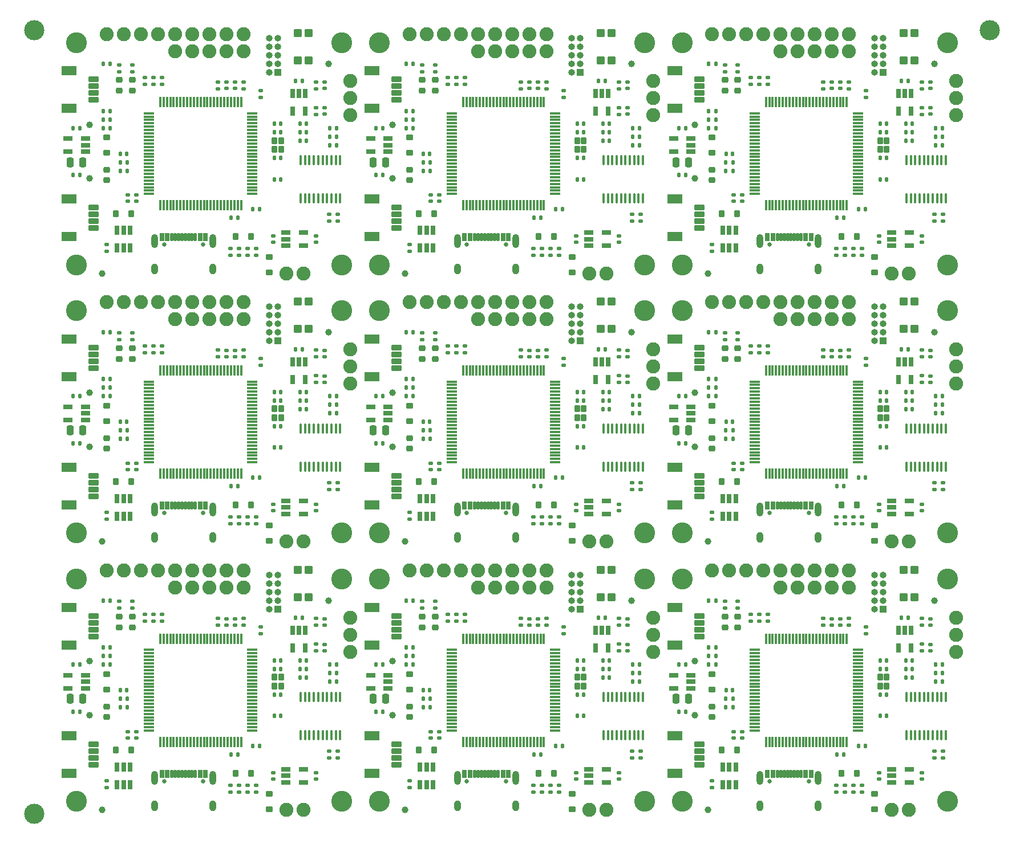
<source format=gts>
%TF.GenerationSoftware,KiCad,Pcbnew,8.0.1*%
%TF.CreationDate,2024-09-05T10:17:41-06:00*%
%TF.ProjectId,SparkFun_Qwiic_WAV_Trigger_Pro_panelized,53706172-6b46-4756-9e5f-51776969635f,rev?*%
%TF.SameCoordinates,Original*%
%TF.FileFunction,Soldermask,Top*%
%TF.FilePolarity,Negative*%
%FSLAX46Y46*%
G04 Gerber Fmt 4.6, Leading zero omitted, Abs format (unit mm)*
G04 Created by KiCad (PCBNEW 8.0.1) date 2024-09-05 10:17:41*
%MOMM*%
%LPD*%
G01*
G04 APERTURE LIST*
G04 Aperture macros list*
%AMRoundRect*
0 Rectangle with rounded corners*
0 $1 Rounding radius*
0 $2 $3 $4 $5 $6 $7 $8 $9 X,Y pos of 4 corners*
0 Add a 4 corners polygon primitive as box body*
4,1,4,$2,$3,$4,$5,$6,$7,$8,$9,$2,$3,0*
0 Add four circle primitives for the rounded corners*
1,1,$1+$1,$2,$3*
1,1,$1+$1,$4,$5*
1,1,$1+$1,$6,$7*
1,1,$1+$1,$8,$9*
0 Add four rect primitives between the rounded corners*
20,1,$1+$1,$2,$3,$4,$5,0*
20,1,$1+$1,$4,$5,$6,$7,0*
20,1,$1+$1,$6,$7,$8,$9,0*
20,1,$1+$1,$8,$9,$2,$3,0*%
G04 Aperture macros list end*
%ADD10C,3.000000*%
%ADD11C,1.000000*%
%ADD12RoundRect,0.135000X0.135000X0.185000X-0.135000X0.185000X-0.135000X-0.185000X0.135000X-0.185000X0*%
%ADD13RoundRect,0.140000X0.170000X-0.140000X0.170000X0.140000X-0.170000X0.140000X-0.170000X-0.140000X0*%
%ADD14RoundRect,0.101600X0.315000X0.415000X-0.315000X0.415000X-0.315000X-0.415000X0.315000X-0.415000X0*%
%ADD15RoundRect,0.140000X-0.140000X-0.170000X0.140000X-0.170000X0.140000X0.170000X-0.140000X0.170000X0*%
%ADD16RoundRect,0.135000X-0.185000X0.135000X-0.185000X-0.135000X0.185000X-0.135000X0.185000X0.135000X0*%
%ADD17RoundRect,0.101600X0.500000X-0.450000X0.500000X0.450000X-0.500000X0.450000X-0.500000X-0.450000X0*%
%ADD18RoundRect,0.225000X-0.250000X0.225000X-0.250000X-0.225000X0.250000X-0.225000X0.250000X0.225000X0*%
%ADD19RoundRect,0.135000X0.185000X-0.135000X0.185000X0.135000X-0.185000X0.135000X-0.185000X-0.135000X0*%
%ADD20C,0.650000*%
%ADD21RoundRect,0.070000X0.150000X0.500000X-0.150000X0.500000X-0.150000X-0.500000X0.150000X-0.500000X0*%
%ADD22RoundRect,0.070000X-0.150000X-0.500000X0.150000X-0.500000X0.150000X0.500000X-0.150000X0.500000X0*%
%ADD23RoundRect,0.070000X0.300000X0.500000X-0.300000X0.500000X-0.300000X-0.500000X0.300000X-0.500000X0*%
%ADD24RoundRect,0.070000X-0.300000X-0.500000X0.300000X-0.500000X0.300000X0.500000X-0.300000X0.500000X0*%
%ADD25O,1.000000X1.600000*%
%ADD26O,1.000000X2.100000*%
%ADD27C,3.100000*%
%ADD28RoundRect,0.250000X-0.250000X-0.475000X0.250000X-0.475000X0.250000X0.475000X-0.250000X0.475000X0*%
%ADD29RoundRect,0.101600X-0.415000X0.315000X-0.415000X-0.315000X0.415000X-0.315000X0.415000X0.315000X0*%
%ADD30RoundRect,0.101600X-0.350000X0.375000X-0.350000X-0.375000X0.350000X-0.375000X0.350000X0.375000X0*%
%ADD31RoundRect,0.101600X0.350000X-0.375000X0.350000X0.375000X-0.350000X0.375000X-0.350000X-0.375000X0*%
%ADD32RoundRect,0.101600X-0.675000X0.300000X-0.675000X-0.300000X0.675000X-0.300000X0.675000X0.300000X0*%
%ADD33RoundRect,0.101600X-1.000000X0.600000X-1.000000X-0.600000X1.000000X-0.600000X1.000000X0.600000X0*%
%ADD34RoundRect,0.101600X0.415000X-0.315000X0.415000X0.315000X-0.415000X0.315000X-0.415000X-0.315000X0*%
%ADD35RoundRect,0.101600X0.275000X0.600000X-0.275000X0.600000X-0.275000X-0.600000X0.275000X-0.600000X0*%
%ADD36RoundRect,0.101600X0.600000X-0.275000X0.600000X0.275000X-0.600000X0.275000X-0.600000X-0.275000X0*%
%ADD37C,2.082800*%
%ADD38RoundRect,0.140000X0.140000X0.170000X-0.140000X0.170000X-0.140000X-0.170000X0.140000X-0.170000X0*%
%ADD39RoundRect,0.140000X-0.170000X0.140000X-0.170000X-0.140000X0.170000X-0.140000X0.170000X0.140000X0*%
%ADD40RoundRect,0.101600X-0.275000X-0.600000X0.275000X-0.600000X0.275000X0.600000X-0.275000X0.600000X0*%
%ADD41RoundRect,0.100000X-0.100000X0.637500X-0.100000X-0.637500X0.100000X-0.637500X0.100000X0.637500X0*%
%ADD42RoundRect,0.075000X0.725000X0.075000X-0.725000X0.075000X-0.725000X-0.075000X0.725000X-0.075000X0*%
%ADD43RoundRect,0.075000X0.075000X0.725000X-0.075000X0.725000X-0.075000X-0.725000X0.075000X-0.725000X0*%
%ADD44RoundRect,0.135000X-0.135000X-0.185000X0.135000X-0.185000X0.135000X0.185000X-0.135000X0.185000X0*%
%ADD45RoundRect,0.101600X-0.600000X0.275000X-0.600000X-0.275000X0.600000X-0.275000X0.600000X0.275000X0*%
%ADD46RoundRect,0.218750X0.256250X-0.218750X0.256250X0.218750X-0.256250X0.218750X-0.256250X-0.218750X0*%
%ADD47R,1.000000X1.000000*%
%ADD48O,1.000000X1.000000*%
G04 APERTURE END LIST*
D10*
%TO.C,*%
X138050000Y117135000D03*
%TD*%
%TO.C,*%
X-3700000Y117135000D03*
%TD*%
%TO.C,*%
X-3700000Y705000D03*
%TD*%
D11*
%TO.C,J5*%
X94345000Y95110000D03*
X94345000Y103110000D03*
%TD*%
%TO.C,J5*%
X94345000Y55240000D03*
X94345000Y63240000D03*
%TD*%
%TO.C,J5*%
X94345000Y15370000D03*
X94345000Y23370000D03*
%TD*%
%TO.C,J5*%
X49395000Y95110000D03*
X49395000Y103110000D03*
%TD*%
%TO.C,J5*%
X49395000Y55240000D03*
X49395000Y63240000D03*
%TD*%
%TO.C,J5*%
X49395000Y15370000D03*
X49395000Y23370000D03*
%TD*%
%TO.C,J5*%
X4445000Y95110000D03*
X4445000Y103110000D03*
%TD*%
%TO.C,J5*%
X4445000Y55240000D03*
X4445000Y63240000D03*
%TD*%
D12*
%TO.C,R11*%
X97395000Y105140000D03*
X96375000Y105140000D03*
%TD*%
%TO.C,R11*%
X97395000Y65270000D03*
X96375000Y65270000D03*
%TD*%
%TO.C,R11*%
X97395000Y25400000D03*
X96375000Y25400000D03*
%TD*%
%TO.C,R11*%
X52445000Y105140000D03*
X51425000Y105140000D03*
%TD*%
%TO.C,R11*%
X52445000Y65270000D03*
X51425000Y65270000D03*
%TD*%
%TO.C,R11*%
X52445000Y25400000D03*
X51425000Y25400000D03*
%TD*%
%TO.C,R11*%
X7495000Y105140000D03*
X6475000Y105140000D03*
%TD*%
%TO.C,R11*%
X7495000Y65270000D03*
X6475000Y65270000D03*
%TD*%
D13*
%TO.C,C23*%
X129270000Y104660000D03*
X129270000Y105620000D03*
%TD*%
%TO.C,C23*%
X129270000Y64790000D03*
X129270000Y65750000D03*
%TD*%
%TO.C,C23*%
X129270000Y24920000D03*
X129270000Y25880000D03*
%TD*%
%TO.C,C23*%
X84320000Y104660000D03*
X84320000Y105620000D03*
%TD*%
%TO.C,C23*%
X84320000Y64790000D03*
X84320000Y65750000D03*
%TD*%
%TO.C,C23*%
X84320000Y24920000D03*
X84320000Y25880000D03*
%TD*%
%TO.C,C23*%
X39370000Y104660000D03*
X39370000Y105620000D03*
%TD*%
%TO.C,C23*%
X39370000Y64790000D03*
X39370000Y65750000D03*
%TD*%
D14*
%TO.C,D6*%
X98275000Y89900000D03*
X100575000Y89900000D03*
%TD*%
%TO.C,D6*%
X98275000Y50030000D03*
X100575000Y50030000D03*
%TD*%
%TO.C,D6*%
X98275000Y10160000D03*
X100575000Y10160000D03*
%TD*%
%TO.C,D6*%
X53325000Y89900000D03*
X55625000Y89900000D03*
%TD*%
%TO.C,D6*%
X53325000Y50030000D03*
X55625000Y50030000D03*
%TD*%
%TO.C,D6*%
X53325000Y10160000D03*
X55625000Y10160000D03*
%TD*%
%TO.C,D6*%
X8375000Y89900000D03*
X10675000Y89900000D03*
%TD*%
%TO.C,D6*%
X8375000Y50030000D03*
X10675000Y50030000D03*
%TD*%
D15*
%TO.C,C14*%
X124980000Y109585000D03*
X125940000Y109585000D03*
%TD*%
%TO.C,C14*%
X124980000Y69715000D03*
X125940000Y69715000D03*
%TD*%
%TO.C,C14*%
X124980000Y29845000D03*
X125940000Y29845000D03*
%TD*%
%TO.C,C14*%
X80030000Y109585000D03*
X80990000Y109585000D03*
%TD*%
%TO.C,C14*%
X80030000Y69715000D03*
X80990000Y69715000D03*
%TD*%
%TO.C,C14*%
X80030000Y29845000D03*
X80990000Y29845000D03*
%TD*%
%TO.C,C14*%
X35080000Y109585000D03*
X36040000Y109585000D03*
%TD*%
%TO.C,C14*%
X35080000Y69715000D03*
X36040000Y69715000D03*
%TD*%
D13*
%TO.C,C6*%
X103870000Y109105000D03*
X103870000Y110065000D03*
%TD*%
%TO.C,C6*%
X103870000Y69235000D03*
X103870000Y70195000D03*
%TD*%
%TO.C,C6*%
X103870000Y29365000D03*
X103870000Y30325000D03*
%TD*%
%TO.C,C6*%
X58920000Y109105000D03*
X58920000Y110065000D03*
%TD*%
%TO.C,C6*%
X58920000Y69235000D03*
X58920000Y70195000D03*
%TD*%
%TO.C,C6*%
X58920000Y29365000D03*
X58920000Y30325000D03*
%TD*%
%TO.C,C6*%
X13970000Y109105000D03*
X13970000Y110065000D03*
%TD*%
%TO.C,C6*%
X13970000Y69235000D03*
X13970000Y70195000D03*
%TD*%
D16*
%TO.C,R19*%
X100695000Y112000000D03*
X100695000Y110980000D03*
%TD*%
%TO.C,R19*%
X100695000Y72130000D03*
X100695000Y71110000D03*
%TD*%
%TO.C,R19*%
X100695000Y32260000D03*
X100695000Y31240000D03*
%TD*%
%TO.C,R19*%
X55745000Y112000000D03*
X55745000Y110980000D03*
%TD*%
%TO.C,R19*%
X55745000Y72130000D03*
X55745000Y71110000D03*
%TD*%
%TO.C,R19*%
X55745000Y32260000D03*
X55745000Y31240000D03*
%TD*%
%TO.C,R19*%
X10795000Y112000000D03*
X10795000Y110980000D03*
%TD*%
%TO.C,R19*%
X10795000Y72130000D03*
X10795000Y71110000D03*
%TD*%
D17*
%TO.C,SW1*%
X125295000Y112615000D03*
X125295000Y116715000D03*
X126895000Y112615000D03*
X126895000Y116715000D03*
%TD*%
%TO.C,SW1*%
X125295000Y72745000D03*
X125295000Y76845000D03*
X126895000Y72745000D03*
X126895000Y76845000D03*
%TD*%
%TO.C,SW1*%
X125295000Y32875000D03*
X125295000Y36975000D03*
X126895000Y32875000D03*
X126895000Y36975000D03*
%TD*%
%TO.C,SW1*%
X80345000Y112615000D03*
X80345000Y116715000D03*
X81945000Y112615000D03*
X81945000Y116715000D03*
%TD*%
%TO.C,SW1*%
X80345000Y72745000D03*
X80345000Y76845000D03*
X81945000Y72745000D03*
X81945000Y76845000D03*
%TD*%
%TO.C,SW1*%
X80345000Y32875000D03*
X80345000Y36975000D03*
X81945000Y32875000D03*
X81945000Y36975000D03*
%TD*%
%TO.C,SW1*%
X35395000Y112615000D03*
X35395000Y116715000D03*
X36995000Y112615000D03*
X36995000Y116715000D03*
%TD*%
%TO.C,SW1*%
X35395000Y72745000D03*
X35395000Y76845000D03*
X36995000Y72745000D03*
X36995000Y76845000D03*
%TD*%
D18*
%TO.C,L2*%
X96885000Y96390000D03*
X96885000Y94840000D03*
%TD*%
%TO.C,L2*%
X96885000Y56520000D03*
X96885000Y54970000D03*
%TD*%
%TO.C,L2*%
X96885000Y16650000D03*
X96885000Y15100000D03*
%TD*%
%TO.C,L2*%
X51935000Y96390000D03*
X51935000Y94840000D03*
%TD*%
%TO.C,L2*%
X51935000Y56520000D03*
X51935000Y54970000D03*
%TD*%
%TO.C,L2*%
X51935000Y16650000D03*
X51935000Y15100000D03*
%TD*%
%TO.C,L2*%
X6985000Y96390000D03*
X6985000Y94840000D03*
%TD*%
%TO.C,L2*%
X6985000Y56520000D03*
X6985000Y54970000D03*
%TD*%
D19*
%TO.C,R18*%
X113395000Y108440000D03*
X113395000Y109460000D03*
%TD*%
%TO.C,R18*%
X113395000Y68570000D03*
X113395000Y69590000D03*
%TD*%
%TO.C,R18*%
X113395000Y28700000D03*
X113395000Y29720000D03*
%TD*%
%TO.C,R18*%
X68445000Y108440000D03*
X68445000Y109460000D03*
%TD*%
%TO.C,R18*%
X68445000Y68570000D03*
X68445000Y69590000D03*
%TD*%
%TO.C,R18*%
X68445000Y28700000D03*
X68445000Y29720000D03*
%TD*%
%TO.C,R18*%
X23495000Y108440000D03*
X23495000Y109460000D03*
%TD*%
%TO.C,R18*%
X23495000Y68570000D03*
X23495000Y69590000D03*
%TD*%
D20*
%TO.C,J2*%
X105425000Y85280000D03*
X111205000Y85280000D03*
D21*
X107065000Y86385000D03*
X108065000Y86385000D03*
D22*
X108565000Y86385000D03*
X109565000Y86385000D03*
X110065000Y86385000D03*
X109065000Y86385000D03*
D21*
X107565000Y86385000D03*
X106565000Y86385000D03*
D23*
X105090000Y86385000D03*
D24*
X111540000Y86385000D03*
D25*
X103997000Y81630000D03*
D26*
X103997000Y85810000D03*
X112633000Y85810000D03*
D25*
X112633000Y81630000D03*
D23*
X105865000Y86385000D03*
D24*
X110765000Y86385000D03*
%TD*%
D20*
%TO.C,J2*%
X105425000Y45410000D03*
X111205000Y45410000D03*
D21*
X107065000Y46515000D03*
X108065000Y46515000D03*
D22*
X108565000Y46515000D03*
X109565000Y46515000D03*
X110065000Y46515000D03*
X109065000Y46515000D03*
D21*
X107565000Y46515000D03*
X106565000Y46515000D03*
D23*
X105090000Y46515000D03*
D24*
X111540000Y46515000D03*
D25*
X103997000Y41760000D03*
D26*
X103997000Y45940000D03*
X112633000Y45940000D03*
D25*
X112633000Y41760000D03*
D23*
X105865000Y46515000D03*
D24*
X110765000Y46515000D03*
%TD*%
D20*
%TO.C,J2*%
X105425000Y5540000D03*
X111205000Y5540000D03*
D21*
X107065000Y6645000D03*
X108065000Y6645000D03*
D22*
X108565000Y6645000D03*
X109565000Y6645000D03*
X110065000Y6645000D03*
X109065000Y6645000D03*
D21*
X107565000Y6645000D03*
X106565000Y6645000D03*
D23*
X105090000Y6645000D03*
D24*
X111540000Y6645000D03*
D25*
X103997000Y1890000D03*
D26*
X103997000Y6070000D03*
X112633000Y6070000D03*
D25*
X112633000Y1890000D03*
D23*
X105865000Y6645000D03*
D24*
X110765000Y6645000D03*
%TD*%
D20*
%TO.C,J2*%
X60475000Y85280000D03*
X66255000Y85280000D03*
D21*
X62115000Y86385000D03*
X63115000Y86385000D03*
D22*
X63615000Y86385000D03*
X64615000Y86385000D03*
X65115000Y86385000D03*
X64115000Y86385000D03*
D21*
X62615000Y86385000D03*
X61615000Y86385000D03*
D23*
X60140000Y86385000D03*
D24*
X66590000Y86385000D03*
D25*
X59047000Y81630000D03*
D26*
X59047000Y85810000D03*
X67683000Y85810000D03*
D25*
X67683000Y81630000D03*
D23*
X60915000Y86385000D03*
D24*
X65815000Y86385000D03*
%TD*%
D20*
%TO.C,J2*%
X60475000Y45410000D03*
X66255000Y45410000D03*
D21*
X62115000Y46515000D03*
X63115000Y46515000D03*
D22*
X63615000Y46515000D03*
X64615000Y46515000D03*
X65115000Y46515000D03*
X64115000Y46515000D03*
D21*
X62615000Y46515000D03*
X61615000Y46515000D03*
D23*
X60140000Y46515000D03*
D24*
X66590000Y46515000D03*
D25*
X59047000Y41760000D03*
D26*
X59047000Y45940000D03*
X67683000Y45940000D03*
D25*
X67683000Y41760000D03*
D23*
X60915000Y46515000D03*
D24*
X65815000Y46515000D03*
%TD*%
D20*
%TO.C,J2*%
X60475000Y5540000D03*
X66255000Y5540000D03*
D21*
X62115000Y6645000D03*
X63115000Y6645000D03*
D22*
X63615000Y6645000D03*
X64615000Y6645000D03*
X65115000Y6645000D03*
X64115000Y6645000D03*
D21*
X62615000Y6645000D03*
X61615000Y6645000D03*
D23*
X60140000Y6645000D03*
D24*
X66590000Y6645000D03*
D25*
X59047000Y1890000D03*
D26*
X59047000Y6070000D03*
X67683000Y6070000D03*
D25*
X67683000Y1890000D03*
D23*
X60915000Y6645000D03*
D24*
X65815000Y6645000D03*
%TD*%
D20*
%TO.C,J2*%
X15525000Y85280000D03*
X21305000Y85280000D03*
D21*
X17165000Y86385000D03*
X18165000Y86385000D03*
D22*
X18665000Y86385000D03*
X19665000Y86385000D03*
X20165000Y86385000D03*
X19165000Y86385000D03*
D21*
X17665000Y86385000D03*
X16665000Y86385000D03*
D23*
X15190000Y86385000D03*
D24*
X21640000Y86385000D03*
D25*
X14097000Y81630000D03*
D26*
X14097000Y85810000D03*
X22733000Y85810000D03*
D25*
X22733000Y81630000D03*
D23*
X15965000Y86385000D03*
D24*
X20865000Y86385000D03*
%TD*%
D20*
%TO.C,J2*%
X15525000Y45410000D03*
X21305000Y45410000D03*
D21*
X17165000Y46515000D03*
X18165000Y46515000D03*
D22*
X18665000Y46515000D03*
X19665000Y46515000D03*
X20165000Y46515000D03*
X19165000Y46515000D03*
D21*
X17665000Y46515000D03*
X16665000Y46515000D03*
D23*
X15190000Y46515000D03*
D24*
X21640000Y46515000D03*
D25*
X14097000Y41760000D03*
D26*
X14097000Y45940000D03*
X22733000Y45940000D03*
D25*
X22733000Y41760000D03*
D23*
X15965000Y46515000D03*
D24*
X20865000Y46515000D03*
%TD*%
D27*
%TO.C,ST4*%
X92440000Y115300000D03*
%TD*%
%TO.C,ST4*%
X92440000Y75430000D03*
%TD*%
%TO.C,ST4*%
X92440000Y35560000D03*
%TD*%
%TO.C,ST4*%
X47490000Y115300000D03*
%TD*%
%TO.C,ST4*%
X47490000Y75430000D03*
%TD*%
%TO.C,ST4*%
X47490000Y35560000D03*
%TD*%
%TO.C,ST4*%
X2540000Y115300000D03*
%TD*%
%TO.C,ST4*%
X2540000Y75430000D03*
%TD*%
D19*
%TO.C,R5*%
X116570000Y83675000D03*
X116570000Y84695000D03*
%TD*%
%TO.C,R5*%
X116570000Y43805000D03*
X116570000Y44825000D03*
%TD*%
%TO.C,R5*%
X116570000Y3935000D03*
X116570000Y4955000D03*
%TD*%
%TO.C,R5*%
X71620000Y83675000D03*
X71620000Y84695000D03*
%TD*%
%TO.C,R5*%
X71620000Y43805000D03*
X71620000Y44825000D03*
%TD*%
%TO.C,R5*%
X71620000Y3935000D03*
X71620000Y4955000D03*
%TD*%
%TO.C,R5*%
X26670000Y83675000D03*
X26670000Y84695000D03*
%TD*%
%TO.C,R5*%
X26670000Y43805000D03*
X26670000Y44825000D03*
%TD*%
D28*
%TO.C,L1*%
X91490000Y97520000D03*
X93390000Y97520000D03*
%TD*%
%TO.C,L1*%
X91490000Y57650000D03*
X93390000Y57650000D03*
%TD*%
%TO.C,L1*%
X91490000Y17780000D03*
X93390000Y17780000D03*
%TD*%
%TO.C,L1*%
X46540000Y97520000D03*
X48440000Y97520000D03*
%TD*%
%TO.C,L1*%
X46540000Y57650000D03*
X48440000Y57650000D03*
%TD*%
%TO.C,L1*%
X46540000Y17780000D03*
X48440000Y17780000D03*
%TD*%
%TO.C,L1*%
X1590000Y97520000D03*
X3490000Y97520000D03*
%TD*%
%TO.C,L1*%
X1590000Y57650000D03*
X3490000Y57650000D03*
%TD*%
D19*
%TO.C,R20*%
X117205000Y108440000D03*
X117205000Y109460000D03*
%TD*%
%TO.C,R20*%
X117205000Y68570000D03*
X117205000Y69590000D03*
%TD*%
%TO.C,R20*%
X117205000Y28700000D03*
X117205000Y29720000D03*
%TD*%
%TO.C,R20*%
X72255000Y108440000D03*
X72255000Y109460000D03*
%TD*%
%TO.C,R20*%
X72255000Y68570000D03*
X72255000Y69590000D03*
%TD*%
%TO.C,R20*%
X72255000Y28700000D03*
X72255000Y29720000D03*
%TD*%
%TO.C,R20*%
X27305000Y108440000D03*
X27305000Y109460000D03*
%TD*%
%TO.C,R20*%
X27305000Y68570000D03*
X27305000Y69590000D03*
%TD*%
D15*
%TO.C,C10*%
X121805000Y94980000D03*
X122765000Y94980000D03*
%TD*%
%TO.C,C10*%
X121805000Y55110000D03*
X122765000Y55110000D03*
%TD*%
%TO.C,C10*%
X121805000Y15240000D03*
X122765000Y15240000D03*
%TD*%
%TO.C,C10*%
X76855000Y94980000D03*
X77815000Y94980000D03*
%TD*%
%TO.C,C10*%
X76855000Y55110000D03*
X77815000Y55110000D03*
%TD*%
%TO.C,C10*%
X76855000Y15240000D03*
X77815000Y15240000D03*
%TD*%
%TO.C,C10*%
X31905000Y94980000D03*
X32865000Y94980000D03*
%TD*%
%TO.C,C10*%
X31905000Y55110000D03*
X32865000Y55110000D03*
%TD*%
D29*
%TO.C,D2*%
X121015000Y81130000D03*
X121015000Y83430000D03*
%TD*%
%TO.C,D2*%
X121015000Y41260000D03*
X121015000Y43560000D03*
%TD*%
%TO.C,D2*%
X121015000Y1390000D03*
X121015000Y3690000D03*
%TD*%
%TO.C,D2*%
X76065000Y81130000D03*
X76065000Y83430000D03*
%TD*%
%TO.C,D2*%
X76065000Y41260000D03*
X76065000Y43560000D03*
%TD*%
%TO.C,D2*%
X76065000Y1390000D03*
X76065000Y3690000D03*
%TD*%
%TO.C,D2*%
X31115000Y81130000D03*
X31115000Y83430000D03*
%TD*%
%TO.C,D2*%
X31115000Y41260000D03*
X31115000Y43560000D03*
%TD*%
D12*
%TO.C,R15*%
X97395000Y112125000D03*
X96375000Y112125000D03*
%TD*%
%TO.C,R15*%
X97395000Y72255000D03*
X96375000Y72255000D03*
%TD*%
%TO.C,R15*%
X97395000Y32385000D03*
X96375000Y32385000D03*
%TD*%
%TO.C,R15*%
X52445000Y112125000D03*
X51425000Y112125000D03*
%TD*%
%TO.C,R15*%
X52445000Y72255000D03*
X51425000Y72255000D03*
%TD*%
%TO.C,R15*%
X52445000Y32385000D03*
X51425000Y32385000D03*
%TD*%
%TO.C,R15*%
X7495000Y112125000D03*
X6475000Y112125000D03*
%TD*%
%TO.C,R15*%
X7495000Y72255000D03*
X6475000Y72255000D03*
%TD*%
D30*
%TO.C,Y1*%
X121785000Y100735000D03*
D31*
X122785000Y99385000D03*
D30*
X122785000Y100735000D03*
D31*
X121785000Y99385000D03*
%TD*%
D30*
%TO.C,Y1*%
X121785000Y60865000D03*
D31*
X122785000Y59515000D03*
D30*
X122785000Y60865000D03*
D31*
X121785000Y59515000D03*
%TD*%
D30*
%TO.C,Y1*%
X121785000Y20995000D03*
D31*
X122785000Y19645000D03*
D30*
X122785000Y20995000D03*
D31*
X121785000Y19645000D03*
%TD*%
D30*
%TO.C,Y1*%
X76835000Y100735000D03*
D31*
X77835000Y99385000D03*
D30*
X77835000Y100735000D03*
D31*
X76835000Y99385000D03*
%TD*%
D30*
%TO.C,Y1*%
X76835000Y60865000D03*
D31*
X77835000Y59515000D03*
D30*
X77835000Y60865000D03*
D31*
X76835000Y59515000D03*
%TD*%
D30*
%TO.C,Y1*%
X76835000Y20995000D03*
D31*
X77835000Y19645000D03*
D30*
X77835000Y20995000D03*
D31*
X76835000Y19645000D03*
%TD*%
D30*
%TO.C,Y1*%
X31885000Y100735000D03*
D31*
X32885000Y99385000D03*
D30*
X32885000Y100735000D03*
D31*
X31885000Y99385000D03*
%TD*%
D30*
%TO.C,Y1*%
X31885000Y60865000D03*
D31*
X32885000Y59515000D03*
D30*
X32885000Y60865000D03*
D31*
X31885000Y59515000D03*
%TD*%
D32*
%TO.C,J4*%
X94980000Y90765000D03*
X94980000Y89765000D03*
X94980000Y88765000D03*
X94980000Y87765000D03*
D33*
X91305000Y86465000D03*
X91305000Y92065000D03*
%TD*%
D32*
%TO.C,J4*%
X94980000Y50895000D03*
X94980000Y49895000D03*
X94980000Y48895000D03*
X94980000Y47895000D03*
D33*
X91305000Y46595000D03*
X91305000Y52195000D03*
%TD*%
D32*
%TO.C,J4*%
X94980000Y11025000D03*
X94980000Y10025000D03*
X94980000Y9025000D03*
X94980000Y8025000D03*
D33*
X91305000Y6725000D03*
X91305000Y12325000D03*
%TD*%
D32*
%TO.C,J4*%
X50030000Y90765000D03*
X50030000Y89765000D03*
X50030000Y88765000D03*
X50030000Y87765000D03*
D33*
X46355000Y86465000D03*
X46355000Y92065000D03*
%TD*%
D32*
%TO.C,J4*%
X50030000Y50895000D03*
X50030000Y49895000D03*
X50030000Y48895000D03*
X50030000Y47895000D03*
D33*
X46355000Y46595000D03*
X46355000Y52195000D03*
%TD*%
D32*
%TO.C,J4*%
X50030000Y11025000D03*
X50030000Y10025000D03*
X50030000Y9025000D03*
X50030000Y8025000D03*
D33*
X46355000Y6725000D03*
X46355000Y12325000D03*
%TD*%
D32*
%TO.C,J4*%
X5080000Y90765000D03*
X5080000Y89765000D03*
X5080000Y88765000D03*
X5080000Y87765000D03*
D33*
X1405000Y86465000D03*
X1405000Y92065000D03*
%TD*%
D32*
%TO.C,J4*%
X5080000Y50895000D03*
X5080000Y49895000D03*
X5080000Y48895000D03*
X5080000Y47895000D03*
D33*
X1405000Y46595000D03*
X1405000Y52195000D03*
%TD*%
D15*
%TO.C,C11*%
X121805000Y98155000D03*
X122765000Y98155000D03*
%TD*%
%TO.C,C11*%
X121805000Y58285000D03*
X122765000Y58285000D03*
%TD*%
%TO.C,C11*%
X121805000Y18415000D03*
X122765000Y18415000D03*
%TD*%
%TO.C,C11*%
X76855000Y98155000D03*
X77815000Y98155000D03*
%TD*%
%TO.C,C11*%
X76855000Y58285000D03*
X77815000Y58285000D03*
%TD*%
%TO.C,C11*%
X76855000Y18415000D03*
X77815000Y18415000D03*
%TD*%
%TO.C,C11*%
X31905000Y98155000D03*
X32865000Y98155000D03*
%TD*%
%TO.C,C11*%
X31905000Y58285000D03*
X32865000Y58285000D03*
%TD*%
%TO.C,C4*%
X118630000Y90535000D03*
X119590000Y90535000D03*
%TD*%
%TO.C,C4*%
X118630000Y50665000D03*
X119590000Y50665000D03*
%TD*%
%TO.C,C4*%
X118630000Y10795000D03*
X119590000Y10795000D03*
%TD*%
%TO.C,C4*%
X73680000Y90535000D03*
X74640000Y90535000D03*
%TD*%
%TO.C,C4*%
X73680000Y50665000D03*
X74640000Y50665000D03*
%TD*%
%TO.C,C4*%
X73680000Y10795000D03*
X74640000Y10795000D03*
%TD*%
%TO.C,C4*%
X28730000Y90535000D03*
X29690000Y90535000D03*
%TD*%
%TO.C,C4*%
X28730000Y50665000D03*
X29690000Y50665000D03*
%TD*%
D11*
%TO.C,FID2*%
X96250000Y81010000D03*
%TD*%
%TO.C,FID2*%
X96250000Y41140000D03*
%TD*%
%TO.C,FID2*%
X96250000Y1270000D03*
%TD*%
%TO.C,FID2*%
X51300000Y81010000D03*
%TD*%
%TO.C,FID2*%
X51300000Y41140000D03*
%TD*%
%TO.C,FID2*%
X51300000Y1270000D03*
%TD*%
%TO.C,FID2*%
X6350000Y81010000D03*
%TD*%
%TO.C,FID2*%
X6350000Y41140000D03*
%TD*%
D34*
%TO.C,D5*%
X96885000Y101210000D03*
X96885000Y98910000D03*
%TD*%
%TO.C,D5*%
X96885000Y61340000D03*
X96885000Y59040000D03*
%TD*%
%TO.C,D5*%
X96885000Y21470000D03*
X96885000Y19170000D03*
%TD*%
%TO.C,D5*%
X51935000Y101210000D03*
X51935000Y98910000D03*
%TD*%
%TO.C,D5*%
X51935000Y61340000D03*
X51935000Y59040000D03*
%TD*%
%TO.C,D5*%
X51935000Y21470000D03*
X51935000Y19170000D03*
%TD*%
%TO.C,D5*%
X6985000Y101210000D03*
X6985000Y98910000D03*
%TD*%
%TO.C,D5*%
X6985000Y61340000D03*
X6985000Y59040000D03*
%TD*%
D35*
%TO.C,U4*%
X126410000Y107710100D03*
X125460000Y107710100D03*
X124510000Y107710100D03*
X124510000Y105109900D03*
X126410000Y105109900D03*
%TD*%
%TO.C,U4*%
X126410000Y67840100D03*
X125460000Y67840100D03*
X124510000Y67840100D03*
X124510000Y65239900D03*
X126410000Y65239900D03*
%TD*%
%TO.C,U4*%
X126410000Y27970100D03*
X125460000Y27970100D03*
X124510000Y27970100D03*
X124510000Y25369900D03*
X126410000Y25369900D03*
%TD*%
%TO.C,U4*%
X81460000Y107710100D03*
X80510000Y107710100D03*
X79560000Y107710100D03*
X79560000Y105109900D03*
X81460000Y105109900D03*
%TD*%
%TO.C,U4*%
X81460000Y67840100D03*
X80510000Y67840100D03*
X79560000Y67840100D03*
X79560000Y65239900D03*
X81460000Y65239900D03*
%TD*%
%TO.C,U4*%
X81460000Y27970100D03*
X80510000Y27970100D03*
X79560000Y27970100D03*
X79560000Y25369900D03*
X81460000Y25369900D03*
%TD*%
%TO.C,U4*%
X36510000Y107710100D03*
X35560000Y107710100D03*
X34610000Y107710100D03*
X34610000Y105109900D03*
X36510000Y105109900D03*
%TD*%
%TO.C,U4*%
X36510000Y67840100D03*
X35560000Y67840100D03*
X34610000Y67840100D03*
X34610000Y65239900D03*
X36510000Y65239900D03*
%TD*%
D15*
%TO.C,C20*%
X130060000Y102600000D03*
X131020000Y102600000D03*
%TD*%
%TO.C,C20*%
X130060000Y62730000D03*
X131020000Y62730000D03*
%TD*%
%TO.C,C20*%
X130060000Y22860000D03*
X131020000Y22860000D03*
%TD*%
%TO.C,C20*%
X85110000Y102600000D03*
X86070000Y102600000D03*
%TD*%
%TO.C,C20*%
X85110000Y62730000D03*
X86070000Y62730000D03*
%TD*%
%TO.C,C20*%
X85110000Y22860000D03*
X86070000Y22860000D03*
%TD*%
%TO.C,C20*%
X40160000Y102600000D03*
X41120000Y102600000D03*
%TD*%
%TO.C,C20*%
X40160000Y62730000D03*
X41120000Y62730000D03*
%TD*%
D16*
%TO.C,R7*%
X119745000Y108190000D03*
X119745000Y107170000D03*
%TD*%
%TO.C,R7*%
X119745000Y68320000D03*
X119745000Y67300000D03*
%TD*%
%TO.C,R7*%
X119745000Y28450000D03*
X119745000Y27430000D03*
%TD*%
%TO.C,R7*%
X74795000Y108190000D03*
X74795000Y107170000D03*
%TD*%
%TO.C,R7*%
X74795000Y68320000D03*
X74795000Y67300000D03*
%TD*%
%TO.C,R7*%
X74795000Y28450000D03*
X74795000Y27430000D03*
%TD*%
%TO.C,R7*%
X29845000Y108190000D03*
X29845000Y107170000D03*
%TD*%
%TO.C,R7*%
X29845000Y68320000D03*
X29845000Y67300000D03*
%TD*%
D32*
%TO.C,J3*%
X94980000Y109815000D03*
X94980000Y108815000D03*
X94980000Y107815000D03*
X94980000Y106815000D03*
D33*
X91305000Y105515000D03*
X91305000Y111115000D03*
%TD*%
D32*
%TO.C,J3*%
X94980000Y69945000D03*
X94980000Y68945000D03*
X94980000Y67945000D03*
X94980000Y66945000D03*
D33*
X91305000Y65645000D03*
X91305000Y71245000D03*
%TD*%
D32*
%TO.C,J3*%
X94980000Y30075000D03*
X94980000Y29075000D03*
X94980000Y28075000D03*
X94980000Y27075000D03*
D33*
X91305000Y25775000D03*
X91305000Y31375000D03*
%TD*%
D32*
%TO.C,J3*%
X50030000Y109815000D03*
X50030000Y108815000D03*
X50030000Y107815000D03*
X50030000Y106815000D03*
D33*
X46355000Y105515000D03*
X46355000Y111115000D03*
%TD*%
D32*
%TO.C,J3*%
X50030000Y69945000D03*
X50030000Y68945000D03*
X50030000Y67945000D03*
X50030000Y66945000D03*
D33*
X46355000Y65645000D03*
X46355000Y71245000D03*
%TD*%
D32*
%TO.C,J3*%
X50030000Y30075000D03*
X50030000Y29075000D03*
X50030000Y28075000D03*
X50030000Y27075000D03*
D33*
X46355000Y25775000D03*
X46355000Y31375000D03*
%TD*%
D32*
%TO.C,J3*%
X5080000Y109815000D03*
X5080000Y108815000D03*
X5080000Y107815000D03*
X5080000Y106815000D03*
D33*
X1405000Y105515000D03*
X1405000Y111115000D03*
%TD*%
D32*
%TO.C,J3*%
X5080000Y69945000D03*
X5080000Y68945000D03*
X5080000Y67945000D03*
X5080000Y66945000D03*
D33*
X1405000Y65645000D03*
X1405000Y71245000D03*
%TD*%
D36*
%TO.C,U6*%
X93740100Y99110000D03*
X93740100Y100060000D03*
X93740100Y101010000D03*
X91139900Y101010000D03*
X91139900Y99110000D03*
%TD*%
%TO.C,U6*%
X93740100Y59240000D03*
X93740100Y60190000D03*
X93740100Y61140000D03*
X91139900Y61140000D03*
X91139900Y59240000D03*
%TD*%
%TO.C,U6*%
X93740100Y19370000D03*
X93740100Y20320000D03*
X93740100Y21270000D03*
X91139900Y21270000D03*
X91139900Y19370000D03*
%TD*%
%TO.C,U6*%
X48790100Y99110000D03*
X48790100Y100060000D03*
X48790100Y101010000D03*
X46189900Y101010000D03*
X46189900Y99110000D03*
%TD*%
%TO.C,U6*%
X48790100Y59240000D03*
X48790100Y60190000D03*
X48790100Y61140000D03*
X46189900Y61140000D03*
X46189900Y59240000D03*
%TD*%
%TO.C,U6*%
X48790100Y19370000D03*
X48790100Y20320000D03*
X48790100Y21270000D03*
X46189900Y21270000D03*
X46189900Y19370000D03*
%TD*%
%TO.C,U6*%
X3840100Y99110000D03*
X3840100Y100060000D03*
X3840100Y101010000D03*
X1239900Y101010000D03*
X1239900Y99110000D03*
%TD*%
%TO.C,U6*%
X3840100Y59240000D03*
X3840100Y60190000D03*
X3840100Y61140000D03*
X1239900Y61140000D03*
X1239900Y59240000D03*
%TD*%
D37*
%TO.C,J10*%
X117205000Y114030000D03*
X117205000Y116570000D03*
%TD*%
%TO.C,J10*%
X117205000Y74160000D03*
X117205000Y76700000D03*
%TD*%
%TO.C,J10*%
X117205000Y34290000D03*
X117205000Y36830000D03*
%TD*%
%TO.C,J10*%
X72255000Y114030000D03*
X72255000Y116570000D03*
%TD*%
%TO.C,J10*%
X72255000Y74160000D03*
X72255000Y76700000D03*
%TD*%
%TO.C,J10*%
X72255000Y34290000D03*
X72255000Y36830000D03*
%TD*%
%TO.C,J10*%
X27305000Y114030000D03*
X27305000Y116570000D03*
%TD*%
%TO.C,J10*%
X27305000Y74160000D03*
X27305000Y76700000D03*
%TD*%
D38*
%TO.C,C17*%
X126575000Y101965000D03*
X125615000Y101965000D03*
%TD*%
%TO.C,C17*%
X126575000Y62095000D03*
X125615000Y62095000D03*
%TD*%
%TO.C,C17*%
X126575000Y22225000D03*
X125615000Y22225000D03*
%TD*%
%TO.C,C17*%
X81625000Y101965000D03*
X80665000Y101965000D03*
%TD*%
%TO.C,C17*%
X81625000Y62095000D03*
X80665000Y62095000D03*
%TD*%
%TO.C,C17*%
X81625000Y22225000D03*
X80665000Y22225000D03*
%TD*%
%TO.C,C17*%
X36675000Y101965000D03*
X35715000Y101965000D03*
%TD*%
%TO.C,C17*%
X36675000Y62095000D03*
X35715000Y62095000D03*
%TD*%
D15*
%TO.C,C3*%
X121805000Y103235000D03*
X122765000Y103235000D03*
%TD*%
%TO.C,C3*%
X121805000Y63365000D03*
X122765000Y63365000D03*
%TD*%
%TO.C,C3*%
X121805000Y23495000D03*
X122765000Y23495000D03*
%TD*%
%TO.C,C3*%
X76855000Y103235000D03*
X77815000Y103235000D03*
%TD*%
%TO.C,C3*%
X76855000Y63365000D03*
X77815000Y63365000D03*
%TD*%
%TO.C,C3*%
X76855000Y23495000D03*
X77815000Y23495000D03*
%TD*%
%TO.C,C3*%
X31905000Y103235000D03*
X32865000Y103235000D03*
%TD*%
%TO.C,C3*%
X31905000Y63365000D03*
X32865000Y63365000D03*
%TD*%
D39*
%TO.C,C7*%
X101330000Y92666000D03*
X101330000Y91706000D03*
%TD*%
%TO.C,C7*%
X101330000Y52796000D03*
X101330000Y51836000D03*
%TD*%
%TO.C,C7*%
X101330000Y12926000D03*
X101330000Y11966000D03*
%TD*%
%TO.C,C7*%
X56380000Y92666000D03*
X56380000Y91706000D03*
%TD*%
%TO.C,C7*%
X56380000Y52796000D03*
X56380000Y51836000D03*
%TD*%
%TO.C,C7*%
X56380000Y12926000D03*
X56380000Y11966000D03*
%TD*%
%TO.C,C7*%
X11430000Y92666000D03*
X11430000Y91706000D03*
%TD*%
%TO.C,C7*%
X11430000Y52796000D03*
X11430000Y51836000D03*
%TD*%
D15*
%TO.C,C27*%
X98945000Y98790000D03*
X99905000Y98790000D03*
%TD*%
%TO.C,C27*%
X98945000Y58920000D03*
X99905000Y58920000D03*
%TD*%
%TO.C,C27*%
X98945000Y19050000D03*
X99905000Y19050000D03*
%TD*%
%TO.C,C27*%
X53995000Y98790000D03*
X54955000Y98790000D03*
%TD*%
%TO.C,C27*%
X53995000Y58920000D03*
X54955000Y58920000D03*
%TD*%
%TO.C,C27*%
X53995000Y19050000D03*
X54955000Y19050000D03*
%TD*%
%TO.C,C27*%
X9045000Y98790000D03*
X10005000Y98790000D03*
%TD*%
%TO.C,C27*%
X9045000Y58920000D03*
X10005000Y58920000D03*
%TD*%
D14*
%TO.C,D1*%
X116055000Y86471000D03*
X118355000Y86471000D03*
%TD*%
%TO.C,D1*%
X116055000Y46601000D03*
X118355000Y46601000D03*
%TD*%
%TO.C,D1*%
X116055000Y6731000D03*
X118355000Y6731000D03*
%TD*%
%TO.C,D1*%
X71105000Y86471000D03*
X73405000Y86471000D03*
%TD*%
%TO.C,D1*%
X71105000Y46601000D03*
X73405000Y46601000D03*
%TD*%
%TO.C,D1*%
X71105000Y6731000D03*
X73405000Y6731000D03*
%TD*%
%TO.C,D1*%
X26155000Y86471000D03*
X28455000Y86471000D03*
%TD*%
%TO.C,D1*%
X26155000Y46601000D03*
X28455000Y46601000D03*
%TD*%
D38*
%TO.C,C18*%
X131020000Y101330000D03*
X130060000Y101330000D03*
%TD*%
%TO.C,C18*%
X131020000Y61460000D03*
X130060000Y61460000D03*
%TD*%
%TO.C,C18*%
X131020000Y21590000D03*
X130060000Y21590000D03*
%TD*%
%TO.C,C18*%
X86070000Y101330000D03*
X85110000Y101330000D03*
%TD*%
%TO.C,C18*%
X86070000Y61460000D03*
X85110000Y61460000D03*
%TD*%
%TO.C,C18*%
X86070000Y21590000D03*
X85110000Y21590000D03*
%TD*%
%TO.C,C18*%
X41120000Y101330000D03*
X40160000Y101330000D03*
%TD*%
%TO.C,C18*%
X41120000Y61460000D03*
X40160000Y61460000D03*
%TD*%
%TO.C,C19*%
X126575000Y100695000D03*
X125615000Y100695000D03*
%TD*%
%TO.C,C19*%
X126575000Y60825000D03*
X125615000Y60825000D03*
%TD*%
%TO.C,C19*%
X126575000Y20955000D03*
X125615000Y20955000D03*
%TD*%
%TO.C,C19*%
X81625000Y100695000D03*
X80665000Y100695000D03*
%TD*%
%TO.C,C19*%
X81625000Y60825000D03*
X80665000Y60825000D03*
%TD*%
%TO.C,C19*%
X81625000Y20955000D03*
X80665000Y20955000D03*
%TD*%
%TO.C,C19*%
X36675000Y100695000D03*
X35715000Y100695000D03*
%TD*%
%TO.C,C19*%
X36675000Y60825000D03*
X35715000Y60825000D03*
%TD*%
D40*
%TO.C,U1*%
X98475000Y84789900D03*
X99425000Y84789900D03*
X100375000Y84789900D03*
X100375000Y87390100D03*
X99425000Y87390000D03*
X98475000Y87390100D03*
%TD*%
%TO.C,U1*%
X98475000Y44919900D03*
X99425000Y44919900D03*
X100375000Y44919900D03*
X100375000Y47520100D03*
X99425000Y47520000D03*
X98475000Y47520100D03*
%TD*%
%TO.C,U1*%
X98475000Y5049900D03*
X99425000Y5049900D03*
X100375000Y5049900D03*
X100375000Y7650100D03*
X99425000Y7650000D03*
X98475000Y7650100D03*
%TD*%
%TO.C,U1*%
X53525000Y84789900D03*
X54475000Y84789900D03*
X55425000Y84789900D03*
X55425000Y87390100D03*
X54475000Y87390000D03*
X53525000Y87390100D03*
%TD*%
%TO.C,U1*%
X53525000Y44919900D03*
X54475000Y44919900D03*
X55425000Y44919900D03*
X55425000Y47520100D03*
X54475000Y47520000D03*
X53525000Y47520100D03*
%TD*%
%TO.C,U1*%
X53525000Y5049900D03*
X54475000Y5049900D03*
X55425000Y5049900D03*
X55425000Y7650100D03*
X54475000Y7650000D03*
X53525000Y7650100D03*
%TD*%
%TO.C,U1*%
X8575000Y84789900D03*
X9525000Y84789900D03*
X10475000Y84789900D03*
X10475000Y87390100D03*
X9525000Y87390000D03*
X8575000Y87390100D03*
%TD*%
%TO.C,U1*%
X8575000Y44919900D03*
X9525000Y44919900D03*
X10475000Y44919900D03*
X10475000Y47520100D03*
X9525000Y47520000D03*
X8575000Y47520100D03*
%TD*%
D16*
%TO.C,R22*%
X128000000Y109460000D03*
X128000000Y108440000D03*
%TD*%
%TO.C,R22*%
X128000000Y69590000D03*
X128000000Y68570000D03*
%TD*%
%TO.C,R22*%
X128000000Y29720000D03*
X128000000Y28700000D03*
%TD*%
%TO.C,R22*%
X83050000Y109460000D03*
X83050000Y108440000D03*
%TD*%
%TO.C,R22*%
X83050000Y69590000D03*
X83050000Y68570000D03*
%TD*%
%TO.C,R22*%
X83050000Y29720000D03*
X83050000Y28700000D03*
%TD*%
%TO.C,R22*%
X38100000Y109460000D03*
X38100000Y108440000D03*
%TD*%
%TO.C,R22*%
X38100000Y69590000D03*
X38100000Y68570000D03*
%TD*%
D41*
%TO.C,U5*%
X131560000Y97842500D03*
X130910000Y97842500D03*
X130260000Y97842500D03*
X129610000Y97842500D03*
X128960000Y97842500D03*
X128310000Y97842500D03*
X127660000Y97842500D03*
X127010000Y97842500D03*
X126360000Y97842500D03*
X125710000Y97842500D03*
X125710000Y92117500D03*
X126360000Y92117500D03*
X127010000Y92117500D03*
X127660000Y92117500D03*
X128310000Y92117500D03*
X128960000Y92117500D03*
X129610000Y92117500D03*
X130260000Y92117500D03*
X130910000Y92117500D03*
X131560000Y92117500D03*
%TD*%
%TO.C,U5*%
X131560000Y57972500D03*
X130910000Y57972500D03*
X130260000Y57972500D03*
X129610000Y57972500D03*
X128960000Y57972500D03*
X128310000Y57972500D03*
X127660000Y57972500D03*
X127010000Y57972500D03*
X126360000Y57972500D03*
X125710000Y57972500D03*
X125710000Y52247500D03*
X126360000Y52247500D03*
X127010000Y52247500D03*
X127660000Y52247500D03*
X128310000Y52247500D03*
X128960000Y52247500D03*
X129610000Y52247500D03*
X130260000Y52247500D03*
X130910000Y52247500D03*
X131560000Y52247500D03*
%TD*%
%TO.C,U5*%
X131560000Y18102500D03*
X130910000Y18102500D03*
X130260000Y18102500D03*
X129610000Y18102500D03*
X128960000Y18102500D03*
X128310000Y18102500D03*
X127660000Y18102500D03*
X127010000Y18102500D03*
X126360000Y18102500D03*
X125710000Y18102500D03*
X125710000Y12377500D03*
X126360000Y12377500D03*
X127010000Y12377500D03*
X127660000Y12377500D03*
X128310000Y12377500D03*
X128960000Y12377500D03*
X129610000Y12377500D03*
X130260000Y12377500D03*
X130910000Y12377500D03*
X131560000Y12377500D03*
%TD*%
%TO.C,U5*%
X86610000Y97842500D03*
X85960000Y97842500D03*
X85310000Y97842500D03*
X84660000Y97842500D03*
X84010000Y97842500D03*
X83360000Y97842500D03*
X82710000Y97842500D03*
X82060000Y97842500D03*
X81410000Y97842500D03*
X80760000Y97842500D03*
X80760000Y92117500D03*
X81410000Y92117500D03*
X82060000Y92117500D03*
X82710000Y92117500D03*
X83360000Y92117500D03*
X84010000Y92117500D03*
X84660000Y92117500D03*
X85310000Y92117500D03*
X85960000Y92117500D03*
X86610000Y92117500D03*
%TD*%
%TO.C,U5*%
X86610000Y57972500D03*
X85960000Y57972500D03*
X85310000Y57972500D03*
X84660000Y57972500D03*
X84010000Y57972500D03*
X83360000Y57972500D03*
X82710000Y57972500D03*
X82060000Y57972500D03*
X81410000Y57972500D03*
X80760000Y57972500D03*
X80760000Y52247500D03*
X81410000Y52247500D03*
X82060000Y52247500D03*
X82710000Y52247500D03*
X83360000Y52247500D03*
X84010000Y52247500D03*
X84660000Y52247500D03*
X85310000Y52247500D03*
X85960000Y52247500D03*
X86610000Y52247500D03*
%TD*%
%TO.C,U5*%
X86610000Y18102500D03*
X85960000Y18102500D03*
X85310000Y18102500D03*
X84660000Y18102500D03*
X84010000Y18102500D03*
X83360000Y18102500D03*
X82710000Y18102500D03*
X82060000Y18102500D03*
X81410000Y18102500D03*
X80760000Y18102500D03*
X80760000Y12377500D03*
X81410000Y12377500D03*
X82060000Y12377500D03*
X82710000Y12377500D03*
X83360000Y12377500D03*
X84010000Y12377500D03*
X84660000Y12377500D03*
X85310000Y12377500D03*
X85960000Y12377500D03*
X86610000Y12377500D03*
%TD*%
%TO.C,U5*%
X41660000Y97842500D03*
X41010000Y97842500D03*
X40360000Y97842500D03*
X39710000Y97842500D03*
X39060000Y97842500D03*
X38410000Y97842500D03*
X37760000Y97842500D03*
X37110000Y97842500D03*
X36460000Y97842500D03*
X35810000Y97842500D03*
X35810000Y92117500D03*
X36460000Y92117500D03*
X37110000Y92117500D03*
X37760000Y92117500D03*
X38410000Y92117500D03*
X39060000Y92117500D03*
X39710000Y92117500D03*
X40360000Y92117500D03*
X41010000Y92117500D03*
X41660000Y92117500D03*
%TD*%
%TO.C,U5*%
X41660000Y57972500D03*
X41010000Y57972500D03*
X40360000Y57972500D03*
X39710000Y57972500D03*
X39060000Y57972500D03*
X38410000Y57972500D03*
X37760000Y57972500D03*
X37110000Y57972500D03*
X36460000Y57972500D03*
X35810000Y57972500D03*
X35810000Y52247500D03*
X36460000Y52247500D03*
X37110000Y52247500D03*
X37760000Y52247500D03*
X38410000Y52247500D03*
X39060000Y52247500D03*
X39710000Y52247500D03*
X40360000Y52247500D03*
X41010000Y52247500D03*
X41660000Y52247500D03*
%TD*%
D12*
%TO.C,R23*%
X97395000Y102600000D03*
X96375000Y102600000D03*
%TD*%
%TO.C,R23*%
X97395000Y62730000D03*
X96375000Y62730000D03*
%TD*%
%TO.C,R23*%
X97395000Y22860000D03*
X96375000Y22860000D03*
%TD*%
%TO.C,R23*%
X52445000Y102600000D03*
X51425000Y102600000D03*
%TD*%
%TO.C,R23*%
X52445000Y62730000D03*
X51425000Y62730000D03*
%TD*%
%TO.C,R23*%
X52445000Y22860000D03*
X51425000Y22860000D03*
%TD*%
%TO.C,R23*%
X7495000Y102600000D03*
X6475000Y102600000D03*
%TD*%
%TO.C,R23*%
X7495000Y62730000D03*
X6475000Y62730000D03*
%TD*%
D42*
%TO.C,U3*%
X118530000Y92790000D03*
X118530000Y93290000D03*
X118530000Y93790000D03*
X118530000Y94290000D03*
X118530000Y94790000D03*
X118530000Y95290000D03*
X118530000Y95790000D03*
X118530000Y96290000D03*
X118530000Y96790000D03*
X118530000Y97290000D03*
X118530000Y97790000D03*
X118530000Y98290000D03*
X118530000Y98790000D03*
X118530000Y99290000D03*
X118530000Y99790000D03*
X118530000Y100290000D03*
X118530000Y100790000D03*
X118530000Y101290000D03*
X118530000Y101790000D03*
X118530000Y102290000D03*
X118530000Y102790000D03*
X118530000Y103290000D03*
X118530000Y103790000D03*
X118530000Y104290000D03*
X118530000Y104790000D03*
D43*
X116855000Y106465000D03*
X116355000Y106465000D03*
X115855000Y106465000D03*
X115355000Y106465000D03*
X114855000Y106465000D03*
X114355000Y106465000D03*
X113855000Y106465000D03*
X113355000Y106465000D03*
X112855000Y106465000D03*
X112355000Y106465000D03*
X111855000Y106465000D03*
X111355000Y106465000D03*
X110855000Y106465000D03*
X110355000Y106465000D03*
X109855000Y106465000D03*
X109355000Y106465000D03*
X108855000Y106465000D03*
X108355000Y106465000D03*
X107855000Y106465000D03*
X107355000Y106465000D03*
X106855000Y106465000D03*
X106355000Y106465000D03*
X105855000Y106465000D03*
X105355000Y106465000D03*
X104855000Y106465000D03*
D42*
X103180000Y104790000D03*
X103180000Y104290000D03*
X103180000Y103790000D03*
X103180000Y103290000D03*
X103180000Y102790000D03*
X103180000Y102290000D03*
X103180000Y101790000D03*
X103180000Y101290000D03*
X103180000Y100790000D03*
X103180000Y100290000D03*
X103180000Y99790000D03*
X103180000Y99290000D03*
X103180000Y98790000D03*
X103180000Y98290000D03*
X103180000Y97790000D03*
X103180000Y97290000D03*
X103180000Y96790000D03*
X103180000Y96290000D03*
X103180000Y95790000D03*
X103180000Y95290000D03*
X103180000Y94790000D03*
X103180000Y94290000D03*
X103180000Y93790000D03*
X103180000Y93290000D03*
X103180000Y92790000D03*
D43*
X104855000Y91115000D03*
X105355000Y91115000D03*
X105855000Y91115000D03*
X106355000Y91115000D03*
X106855000Y91115000D03*
X107355000Y91115000D03*
X107855000Y91115000D03*
X108355000Y91115000D03*
X108855000Y91115000D03*
X109355000Y91115000D03*
X109855000Y91115000D03*
X110355000Y91115000D03*
X110855000Y91115000D03*
X111355000Y91115000D03*
X111855000Y91115000D03*
X112355000Y91115000D03*
X112855000Y91115000D03*
X113355000Y91115000D03*
X113855000Y91115000D03*
X114355000Y91115000D03*
X114855000Y91115000D03*
X115355000Y91115000D03*
X115855000Y91115000D03*
X116355000Y91115000D03*
X116855000Y91115000D03*
%TD*%
D42*
%TO.C,U3*%
X118530000Y52920000D03*
X118530000Y53420000D03*
X118530000Y53920000D03*
X118530000Y54420000D03*
X118530000Y54920000D03*
X118530000Y55420000D03*
X118530000Y55920000D03*
X118530000Y56420000D03*
X118530000Y56920000D03*
X118530000Y57420000D03*
X118530000Y57920000D03*
X118530000Y58420000D03*
X118530000Y58920000D03*
X118530000Y59420000D03*
X118530000Y59920000D03*
X118530000Y60420000D03*
X118530000Y60920000D03*
X118530000Y61420000D03*
X118530000Y61920000D03*
X118530000Y62420000D03*
X118530000Y62920000D03*
X118530000Y63420000D03*
X118530000Y63920000D03*
X118530000Y64420000D03*
X118530000Y64920000D03*
D43*
X116855000Y66595000D03*
X116355000Y66595000D03*
X115855000Y66595000D03*
X115355000Y66595000D03*
X114855000Y66595000D03*
X114355000Y66595000D03*
X113855000Y66595000D03*
X113355000Y66595000D03*
X112855000Y66595000D03*
X112355000Y66595000D03*
X111855000Y66595000D03*
X111355000Y66595000D03*
X110855000Y66595000D03*
X110355000Y66595000D03*
X109855000Y66595000D03*
X109355000Y66595000D03*
X108855000Y66595000D03*
X108355000Y66595000D03*
X107855000Y66595000D03*
X107355000Y66595000D03*
X106855000Y66595000D03*
X106355000Y66595000D03*
X105855000Y66595000D03*
X105355000Y66595000D03*
X104855000Y66595000D03*
D42*
X103180000Y64920000D03*
X103180000Y64420000D03*
X103180000Y63920000D03*
X103180000Y63420000D03*
X103180000Y62920000D03*
X103180000Y62420000D03*
X103180000Y61920000D03*
X103180000Y61420000D03*
X103180000Y60920000D03*
X103180000Y60420000D03*
X103180000Y59920000D03*
X103180000Y59420000D03*
X103180000Y58920000D03*
X103180000Y58420000D03*
X103180000Y57920000D03*
X103180000Y57420000D03*
X103180000Y56920000D03*
X103180000Y56420000D03*
X103180000Y55920000D03*
X103180000Y55420000D03*
X103180000Y54920000D03*
X103180000Y54420000D03*
X103180000Y53920000D03*
X103180000Y53420000D03*
X103180000Y52920000D03*
D43*
X104855000Y51245000D03*
X105355000Y51245000D03*
X105855000Y51245000D03*
X106355000Y51245000D03*
X106855000Y51245000D03*
X107355000Y51245000D03*
X107855000Y51245000D03*
X108355000Y51245000D03*
X108855000Y51245000D03*
X109355000Y51245000D03*
X109855000Y51245000D03*
X110355000Y51245000D03*
X110855000Y51245000D03*
X111355000Y51245000D03*
X111855000Y51245000D03*
X112355000Y51245000D03*
X112855000Y51245000D03*
X113355000Y51245000D03*
X113855000Y51245000D03*
X114355000Y51245000D03*
X114855000Y51245000D03*
X115355000Y51245000D03*
X115855000Y51245000D03*
X116355000Y51245000D03*
X116855000Y51245000D03*
%TD*%
D42*
%TO.C,U3*%
X118530000Y13050000D03*
X118530000Y13550000D03*
X118530000Y14050000D03*
X118530000Y14550000D03*
X118530000Y15050000D03*
X118530000Y15550000D03*
X118530000Y16050000D03*
X118530000Y16550000D03*
X118530000Y17050000D03*
X118530000Y17550000D03*
X118530000Y18050000D03*
X118530000Y18550000D03*
X118530000Y19050000D03*
X118530000Y19550000D03*
X118530000Y20050000D03*
X118530000Y20550000D03*
X118530000Y21050000D03*
X118530000Y21550000D03*
X118530000Y22050000D03*
X118530000Y22550000D03*
X118530000Y23050000D03*
X118530000Y23550000D03*
X118530000Y24050000D03*
X118530000Y24550000D03*
X118530000Y25050000D03*
D43*
X116855000Y26725000D03*
X116355000Y26725000D03*
X115855000Y26725000D03*
X115355000Y26725000D03*
X114855000Y26725000D03*
X114355000Y26725000D03*
X113855000Y26725000D03*
X113355000Y26725000D03*
X112855000Y26725000D03*
X112355000Y26725000D03*
X111855000Y26725000D03*
X111355000Y26725000D03*
X110855000Y26725000D03*
X110355000Y26725000D03*
X109855000Y26725000D03*
X109355000Y26725000D03*
X108855000Y26725000D03*
X108355000Y26725000D03*
X107855000Y26725000D03*
X107355000Y26725000D03*
X106855000Y26725000D03*
X106355000Y26725000D03*
X105855000Y26725000D03*
X105355000Y26725000D03*
X104855000Y26725000D03*
D42*
X103180000Y25050000D03*
X103180000Y24550000D03*
X103180000Y24050000D03*
X103180000Y23550000D03*
X103180000Y23050000D03*
X103180000Y22550000D03*
X103180000Y22050000D03*
X103180000Y21550000D03*
X103180000Y21050000D03*
X103180000Y20550000D03*
X103180000Y20050000D03*
X103180000Y19550000D03*
X103180000Y19050000D03*
X103180000Y18550000D03*
X103180000Y18050000D03*
X103180000Y17550000D03*
X103180000Y17050000D03*
X103180000Y16550000D03*
X103180000Y16050000D03*
X103180000Y15550000D03*
X103180000Y15050000D03*
X103180000Y14550000D03*
X103180000Y14050000D03*
X103180000Y13550000D03*
X103180000Y13050000D03*
D43*
X104855000Y11375000D03*
X105355000Y11375000D03*
X105855000Y11375000D03*
X106355000Y11375000D03*
X106855000Y11375000D03*
X107355000Y11375000D03*
X107855000Y11375000D03*
X108355000Y11375000D03*
X108855000Y11375000D03*
X109355000Y11375000D03*
X109855000Y11375000D03*
X110355000Y11375000D03*
X110855000Y11375000D03*
X111355000Y11375000D03*
X111855000Y11375000D03*
X112355000Y11375000D03*
X112855000Y11375000D03*
X113355000Y11375000D03*
X113855000Y11375000D03*
X114355000Y11375000D03*
X114855000Y11375000D03*
X115355000Y11375000D03*
X115855000Y11375000D03*
X116355000Y11375000D03*
X116855000Y11375000D03*
%TD*%
D42*
%TO.C,U3*%
X73580000Y92790000D03*
X73580000Y93290000D03*
X73580000Y93790000D03*
X73580000Y94290000D03*
X73580000Y94790000D03*
X73580000Y95290000D03*
X73580000Y95790000D03*
X73580000Y96290000D03*
X73580000Y96790000D03*
X73580000Y97290000D03*
X73580000Y97790000D03*
X73580000Y98290000D03*
X73580000Y98790000D03*
X73580000Y99290000D03*
X73580000Y99790000D03*
X73580000Y100290000D03*
X73580000Y100790000D03*
X73580000Y101290000D03*
X73580000Y101790000D03*
X73580000Y102290000D03*
X73580000Y102790000D03*
X73580000Y103290000D03*
X73580000Y103790000D03*
X73580000Y104290000D03*
X73580000Y104790000D03*
D43*
X71905000Y106465000D03*
X71405000Y106465000D03*
X70905000Y106465000D03*
X70405000Y106465000D03*
X69905000Y106465000D03*
X69405000Y106465000D03*
X68905000Y106465000D03*
X68405000Y106465000D03*
X67905000Y106465000D03*
X67405000Y106465000D03*
X66905000Y106465000D03*
X66405000Y106465000D03*
X65905000Y106465000D03*
X65405000Y106465000D03*
X64905000Y106465000D03*
X64405000Y106465000D03*
X63905000Y106465000D03*
X63405000Y106465000D03*
X62905000Y106465000D03*
X62405000Y106465000D03*
X61905000Y106465000D03*
X61405000Y106465000D03*
X60905000Y106465000D03*
X60405000Y106465000D03*
X59905000Y106465000D03*
D42*
X58230000Y104790000D03*
X58230000Y104290000D03*
X58230000Y103790000D03*
X58230000Y103290000D03*
X58230000Y102790000D03*
X58230000Y102290000D03*
X58230000Y101790000D03*
X58230000Y101290000D03*
X58230000Y100790000D03*
X58230000Y100290000D03*
X58230000Y99790000D03*
X58230000Y99290000D03*
X58230000Y98790000D03*
X58230000Y98290000D03*
X58230000Y97790000D03*
X58230000Y97290000D03*
X58230000Y96790000D03*
X58230000Y96290000D03*
X58230000Y95790000D03*
X58230000Y95290000D03*
X58230000Y94790000D03*
X58230000Y94290000D03*
X58230000Y93790000D03*
X58230000Y93290000D03*
X58230000Y92790000D03*
D43*
X59905000Y91115000D03*
X60405000Y91115000D03*
X60905000Y91115000D03*
X61405000Y91115000D03*
X61905000Y91115000D03*
X62405000Y91115000D03*
X62905000Y91115000D03*
X63405000Y91115000D03*
X63905000Y91115000D03*
X64405000Y91115000D03*
X64905000Y91115000D03*
X65405000Y91115000D03*
X65905000Y91115000D03*
X66405000Y91115000D03*
X66905000Y91115000D03*
X67405000Y91115000D03*
X67905000Y91115000D03*
X68405000Y91115000D03*
X68905000Y91115000D03*
X69405000Y91115000D03*
X69905000Y91115000D03*
X70405000Y91115000D03*
X70905000Y91115000D03*
X71405000Y91115000D03*
X71905000Y91115000D03*
%TD*%
D42*
%TO.C,U3*%
X73580000Y52920000D03*
X73580000Y53420000D03*
X73580000Y53920000D03*
X73580000Y54420000D03*
X73580000Y54920000D03*
X73580000Y55420000D03*
X73580000Y55920000D03*
X73580000Y56420000D03*
X73580000Y56920000D03*
X73580000Y57420000D03*
X73580000Y57920000D03*
X73580000Y58420000D03*
X73580000Y58920000D03*
X73580000Y59420000D03*
X73580000Y59920000D03*
X73580000Y60420000D03*
X73580000Y60920000D03*
X73580000Y61420000D03*
X73580000Y61920000D03*
X73580000Y62420000D03*
X73580000Y62920000D03*
X73580000Y63420000D03*
X73580000Y63920000D03*
X73580000Y64420000D03*
X73580000Y64920000D03*
D43*
X71905000Y66595000D03*
X71405000Y66595000D03*
X70905000Y66595000D03*
X70405000Y66595000D03*
X69905000Y66595000D03*
X69405000Y66595000D03*
X68905000Y66595000D03*
X68405000Y66595000D03*
X67905000Y66595000D03*
X67405000Y66595000D03*
X66905000Y66595000D03*
X66405000Y66595000D03*
X65905000Y66595000D03*
X65405000Y66595000D03*
X64905000Y66595000D03*
X64405000Y66595000D03*
X63905000Y66595000D03*
X63405000Y66595000D03*
X62905000Y66595000D03*
X62405000Y66595000D03*
X61905000Y66595000D03*
X61405000Y66595000D03*
X60905000Y66595000D03*
X60405000Y66595000D03*
X59905000Y66595000D03*
D42*
X58230000Y64920000D03*
X58230000Y64420000D03*
X58230000Y63920000D03*
X58230000Y63420000D03*
X58230000Y62920000D03*
X58230000Y62420000D03*
X58230000Y61920000D03*
X58230000Y61420000D03*
X58230000Y60920000D03*
X58230000Y60420000D03*
X58230000Y59920000D03*
X58230000Y59420000D03*
X58230000Y58920000D03*
X58230000Y58420000D03*
X58230000Y57920000D03*
X58230000Y57420000D03*
X58230000Y56920000D03*
X58230000Y56420000D03*
X58230000Y55920000D03*
X58230000Y55420000D03*
X58230000Y54920000D03*
X58230000Y54420000D03*
X58230000Y53920000D03*
X58230000Y53420000D03*
X58230000Y52920000D03*
D43*
X59905000Y51245000D03*
X60405000Y51245000D03*
X60905000Y51245000D03*
X61405000Y51245000D03*
X61905000Y51245000D03*
X62405000Y51245000D03*
X62905000Y51245000D03*
X63405000Y51245000D03*
X63905000Y51245000D03*
X64405000Y51245000D03*
X64905000Y51245000D03*
X65405000Y51245000D03*
X65905000Y51245000D03*
X66405000Y51245000D03*
X66905000Y51245000D03*
X67405000Y51245000D03*
X67905000Y51245000D03*
X68405000Y51245000D03*
X68905000Y51245000D03*
X69405000Y51245000D03*
X69905000Y51245000D03*
X70405000Y51245000D03*
X70905000Y51245000D03*
X71405000Y51245000D03*
X71905000Y51245000D03*
%TD*%
D42*
%TO.C,U3*%
X73580000Y13050000D03*
X73580000Y13550000D03*
X73580000Y14050000D03*
X73580000Y14550000D03*
X73580000Y15050000D03*
X73580000Y15550000D03*
X73580000Y16050000D03*
X73580000Y16550000D03*
X73580000Y17050000D03*
X73580000Y17550000D03*
X73580000Y18050000D03*
X73580000Y18550000D03*
X73580000Y19050000D03*
X73580000Y19550000D03*
X73580000Y20050000D03*
X73580000Y20550000D03*
X73580000Y21050000D03*
X73580000Y21550000D03*
X73580000Y22050000D03*
X73580000Y22550000D03*
X73580000Y23050000D03*
X73580000Y23550000D03*
X73580000Y24050000D03*
X73580000Y24550000D03*
X73580000Y25050000D03*
D43*
X71905000Y26725000D03*
X71405000Y26725000D03*
X70905000Y26725000D03*
X70405000Y26725000D03*
X69905000Y26725000D03*
X69405000Y26725000D03*
X68905000Y26725000D03*
X68405000Y26725000D03*
X67905000Y26725000D03*
X67405000Y26725000D03*
X66905000Y26725000D03*
X66405000Y26725000D03*
X65905000Y26725000D03*
X65405000Y26725000D03*
X64905000Y26725000D03*
X64405000Y26725000D03*
X63905000Y26725000D03*
X63405000Y26725000D03*
X62905000Y26725000D03*
X62405000Y26725000D03*
X61905000Y26725000D03*
X61405000Y26725000D03*
X60905000Y26725000D03*
X60405000Y26725000D03*
X59905000Y26725000D03*
D42*
X58230000Y25050000D03*
X58230000Y24550000D03*
X58230000Y24050000D03*
X58230000Y23550000D03*
X58230000Y23050000D03*
X58230000Y22550000D03*
X58230000Y22050000D03*
X58230000Y21550000D03*
X58230000Y21050000D03*
X58230000Y20550000D03*
X58230000Y20050000D03*
X58230000Y19550000D03*
X58230000Y19050000D03*
X58230000Y18550000D03*
X58230000Y18050000D03*
X58230000Y17550000D03*
X58230000Y17050000D03*
X58230000Y16550000D03*
X58230000Y16050000D03*
X58230000Y15550000D03*
X58230000Y15050000D03*
X58230000Y14550000D03*
X58230000Y14050000D03*
X58230000Y13550000D03*
X58230000Y13050000D03*
D43*
X59905000Y11375000D03*
X60405000Y11375000D03*
X60905000Y11375000D03*
X61405000Y11375000D03*
X61905000Y11375000D03*
X62405000Y11375000D03*
X62905000Y11375000D03*
X63405000Y11375000D03*
X63905000Y11375000D03*
X64405000Y11375000D03*
X64905000Y11375000D03*
X65405000Y11375000D03*
X65905000Y11375000D03*
X66405000Y11375000D03*
X66905000Y11375000D03*
X67405000Y11375000D03*
X67905000Y11375000D03*
X68405000Y11375000D03*
X68905000Y11375000D03*
X69405000Y11375000D03*
X69905000Y11375000D03*
X70405000Y11375000D03*
X70905000Y11375000D03*
X71405000Y11375000D03*
X71905000Y11375000D03*
%TD*%
D42*
%TO.C,U3*%
X28630000Y92790000D03*
X28630000Y93290000D03*
X28630000Y93790000D03*
X28630000Y94290000D03*
X28630000Y94790000D03*
X28630000Y95290000D03*
X28630000Y95790000D03*
X28630000Y96290000D03*
X28630000Y96790000D03*
X28630000Y97290000D03*
X28630000Y97790000D03*
X28630000Y98290000D03*
X28630000Y98790000D03*
X28630000Y99290000D03*
X28630000Y99790000D03*
X28630000Y100290000D03*
X28630000Y100790000D03*
X28630000Y101290000D03*
X28630000Y101790000D03*
X28630000Y102290000D03*
X28630000Y102790000D03*
X28630000Y103290000D03*
X28630000Y103790000D03*
X28630000Y104290000D03*
X28630000Y104790000D03*
D43*
X26955000Y106465000D03*
X26455000Y106465000D03*
X25955000Y106465000D03*
X25455000Y106465000D03*
X24955000Y106465000D03*
X24455000Y106465000D03*
X23955000Y106465000D03*
X23455000Y106465000D03*
X22955000Y106465000D03*
X22455000Y106465000D03*
X21955000Y106465000D03*
X21455000Y106465000D03*
X20955000Y106465000D03*
X20455000Y106465000D03*
X19955000Y106465000D03*
X19455000Y106465000D03*
X18955000Y106465000D03*
X18455000Y106465000D03*
X17955000Y106465000D03*
X17455000Y106465000D03*
X16955000Y106465000D03*
X16455000Y106465000D03*
X15955000Y106465000D03*
X15455000Y106465000D03*
X14955000Y106465000D03*
D42*
X13280000Y104790000D03*
X13280000Y104290000D03*
X13280000Y103790000D03*
X13280000Y103290000D03*
X13280000Y102790000D03*
X13280000Y102290000D03*
X13280000Y101790000D03*
X13280000Y101290000D03*
X13280000Y100790000D03*
X13280000Y100290000D03*
X13280000Y99790000D03*
X13280000Y99290000D03*
X13280000Y98790000D03*
X13280000Y98290000D03*
X13280000Y97790000D03*
X13280000Y97290000D03*
X13280000Y96790000D03*
X13280000Y96290000D03*
X13280000Y95790000D03*
X13280000Y95290000D03*
X13280000Y94790000D03*
X13280000Y94290000D03*
X13280000Y93790000D03*
X13280000Y93290000D03*
X13280000Y92790000D03*
D43*
X14955000Y91115000D03*
X15455000Y91115000D03*
X15955000Y91115000D03*
X16455000Y91115000D03*
X16955000Y91115000D03*
X17455000Y91115000D03*
X17955000Y91115000D03*
X18455000Y91115000D03*
X18955000Y91115000D03*
X19455000Y91115000D03*
X19955000Y91115000D03*
X20455000Y91115000D03*
X20955000Y91115000D03*
X21455000Y91115000D03*
X21955000Y91115000D03*
X22455000Y91115000D03*
X22955000Y91115000D03*
X23455000Y91115000D03*
X23955000Y91115000D03*
X24455000Y91115000D03*
X24955000Y91115000D03*
X25455000Y91115000D03*
X25955000Y91115000D03*
X26455000Y91115000D03*
X26955000Y91115000D03*
%TD*%
D42*
%TO.C,U3*%
X28630000Y52920000D03*
X28630000Y53420000D03*
X28630000Y53920000D03*
X28630000Y54420000D03*
X28630000Y54920000D03*
X28630000Y55420000D03*
X28630000Y55920000D03*
X28630000Y56420000D03*
X28630000Y56920000D03*
X28630000Y57420000D03*
X28630000Y57920000D03*
X28630000Y58420000D03*
X28630000Y58920000D03*
X28630000Y59420000D03*
X28630000Y59920000D03*
X28630000Y60420000D03*
X28630000Y60920000D03*
X28630000Y61420000D03*
X28630000Y61920000D03*
X28630000Y62420000D03*
X28630000Y62920000D03*
X28630000Y63420000D03*
X28630000Y63920000D03*
X28630000Y64420000D03*
X28630000Y64920000D03*
D43*
X26955000Y66595000D03*
X26455000Y66595000D03*
X25955000Y66595000D03*
X25455000Y66595000D03*
X24955000Y66595000D03*
X24455000Y66595000D03*
X23955000Y66595000D03*
X23455000Y66595000D03*
X22955000Y66595000D03*
X22455000Y66595000D03*
X21955000Y66595000D03*
X21455000Y66595000D03*
X20955000Y66595000D03*
X20455000Y66595000D03*
X19955000Y66595000D03*
X19455000Y66595000D03*
X18955000Y66595000D03*
X18455000Y66595000D03*
X17955000Y66595000D03*
X17455000Y66595000D03*
X16955000Y66595000D03*
X16455000Y66595000D03*
X15955000Y66595000D03*
X15455000Y66595000D03*
X14955000Y66595000D03*
D42*
X13280000Y64920000D03*
X13280000Y64420000D03*
X13280000Y63920000D03*
X13280000Y63420000D03*
X13280000Y62920000D03*
X13280000Y62420000D03*
X13280000Y61920000D03*
X13280000Y61420000D03*
X13280000Y60920000D03*
X13280000Y60420000D03*
X13280000Y59920000D03*
X13280000Y59420000D03*
X13280000Y58920000D03*
X13280000Y58420000D03*
X13280000Y57920000D03*
X13280000Y57420000D03*
X13280000Y56920000D03*
X13280000Y56420000D03*
X13280000Y55920000D03*
X13280000Y55420000D03*
X13280000Y54920000D03*
X13280000Y54420000D03*
X13280000Y53920000D03*
X13280000Y53420000D03*
X13280000Y52920000D03*
D43*
X14955000Y51245000D03*
X15455000Y51245000D03*
X15955000Y51245000D03*
X16455000Y51245000D03*
X16955000Y51245000D03*
X17455000Y51245000D03*
X17955000Y51245000D03*
X18455000Y51245000D03*
X18955000Y51245000D03*
X19455000Y51245000D03*
X19955000Y51245000D03*
X20455000Y51245000D03*
X20955000Y51245000D03*
X21455000Y51245000D03*
X21955000Y51245000D03*
X22455000Y51245000D03*
X22955000Y51245000D03*
X23455000Y51245000D03*
X23955000Y51245000D03*
X24455000Y51245000D03*
X24955000Y51245000D03*
X25455000Y51245000D03*
X25955000Y51245000D03*
X26455000Y51245000D03*
X26955000Y51245000D03*
%TD*%
D19*
%TO.C,R1*%
X96885000Y84310000D03*
X96885000Y85330000D03*
%TD*%
%TO.C,R1*%
X96885000Y44440000D03*
X96885000Y45460000D03*
%TD*%
%TO.C,R1*%
X96885000Y4570000D03*
X96885000Y5590000D03*
%TD*%
%TO.C,R1*%
X51935000Y84310000D03*
X51935000Y85330000D03*
%TD*%
%TO.C,R1*%
X51935000Y44440000D03*
X51935000Y45460000D03*
%TD*%
%TO.C,R1*%
X51935000Y4570000D03*
X51935000Y5590000D03*
%TD*%
%TO.C,R1*%
X6985000Y84310000D03*
X6985000Y85330000D03*
%TD*%
%TO.C,R1*%
X6985000Y44440000D03*
X6985000Y45460000D03*
%TD*%
D39*
%TO.C,C16*%
X131175000Y89745000D03*
X131175000Y88785000D03*
%TD*%
%TO.C,C16*%
X131175000Y49875000D03*
X131175000Y48915000D03*
%TD*%
%TO.C,C16*%
X131175000Y10005000D03*
X131175000Y9045000D03*
%TD*%
%TO.C,C16*%
X86225000Y89745000D03*
X86225000Y88785000D03*
%TD*%
%TO.C,C16*%
X86225000Y49875000D03*
X86225000Y48915000D03*
%TD*%
%TO.C,C16*%
X86225000Y10005000D03*
X86225000Y9045000D03*
%TD*%
%TO.C,C16*%
X41275000Y89745000D03*
X41275000Y88785000D03*
%TD*%
%TO.C,C16*%
X41275000Y49875000D03*
X41275000Y48915000D03*
%TD*%
D19*
%TO.C,R17*%
X102600000Y109075000D03*
X102600000Y110095000D03*
%TD*%
%TO.C,R17*%
X102600000Y69205000D03*
X102600000Y70225000D03*
%TD*%
%TO.C,R17*%
X102600000Y29335000D03*
X102600000Y30355000D03*
%TD*%
%TO.C,R17*%
X57650000Y109075000D03*
X57650000Y110095000D03*
%TD*%
%TO.C,R17*%
X57650000Y69205000D03*
X57650000Y70225000D03*
%TD*%
%TO.C,R17*%
X57650000Y29335000D03*
X57650000Y30355000D03*
%TD*%
%TO.C,R17*%
X12700000Y109075000D03*
X12700000Y110095000D03*
%TD*%
%TO.C,R17*%
X12700000Y69205000D03*
X12700000Y70225000D03*
%TD*%
D44*
%TO.C,R25*%
X91930000Y95615000D03*
X92950000Y95615000D03*
%TD*%
%TO.C,R25*%
X91930000Y55745000D03*
X92950000Y55745000D03*
%TD*%
%TO.C,R25*%
X91930000Y15875000D03*
X92950000Y15875000D03*
%TD*%
%TO.C,R25*%
X46980000Y95615000D03*
X48000000Y95615000D03*
%TD*%
%TO.C,R25*%
X46980000Y55745000D03*
X48000000Y55745000D03*
%TD*%
%TO.C,R25*%
X46980000Y15875000D03*
X48000000Y15875000D03*
%TD*%
%TO.C,R25*%
X2030000Y95615000D03*
X3050000Y95615000D03*
%TD*%
%TO.C,R25*%
X2030000Y55745000D03*
X3050000Y55745000D03*
%TD*%
D15*
%TO.C,C26*%
X91960000Y102600000D03*
X92920000Y102600000D03*
%TD*%
%TO.C,C26*%
X91960000Y62730000D03*
X92920000Y62730000D03*
%TD*%
%TO.C,C26*%
X91960000Y22860000D03*
X92920000Y22860000D03*
%TD*%
%TO.C,C26*%
X47010000Y102600000D03*
X47970000Y102600000D03*
%TD*%
%TO.C,C26*%
X47010000Y62730000D03*
X47970000Y62730000D03*
%TD*%
%TO.C,C26*%
X47010000Y22860000D03*
X47970000Y22860000D03*
%TD*%
%TO.C,C26*%
X2060000Y102600000D03*
X3020000Y102600000D03*
%TD*%
%TO.C,C26*%
X2060000Y62730000D03*
X3020000Y62730000D03*
%TD*%
D11*
%TO.C,FID1*%
X129828800Y112125000D03*
%TD*%
%TO.C,FID1*%
X129828800Y72255000D03*
%TD*%
%TO.C,FID1*%
X129828800Y32385000D03*
%TD*%
%TO.C,FID1*%
X84878800Y112125000D03*
%TD*%
%TO.C,FID1*%
X84878800Y72255000D03*
%TD*%
%TO.C,FID1*%
X84878800Y32385000D03*
%TD*%
%TO.C,FID1*%
X39928800Y112125000D03*
%TD*%
%TO.C,FID1*%
X39928800Y72255000D03*
%TD*%
D39*
%TO.C,C24*%
X129270000Y109430000D03*
X129270000Y108470000D03*
%TD*%
%TO.C,C24*%
X129270000Y69560000D03*
X129270000Y68600000D03*
%TD*%
%TO.C,C24*%
X129270000Y29690000D03*
X129270000Y28730000D03*
%TD*%
%TO.C,C24*%
X84320000Y109430000D03*
X84320000Y108470000D03*
%TD*%
%TO.C,C24*%
X84320000Y69560000D03*
X84320000Y68600000D03*
%TD*%
%TO.C,C24*%
X84320000Y29690000D03*
X84320000Y28730000D03*
%TD*%
%TO.C,C24*%
X39370000Y109430000D03*
X39370000Y108470000D03*
%TD*%
%TO.C,C24*%
X39370000Y69560000D03*
X39370000Y68600000D03*
%TD*%
D16*
%TO.C,R21*%
X128000000Y105650000D03*
X128000000Y104630000D03*
%TD*%
%TO.C,R21*%
X128000000Y65780000D03*
X128000000Y64760000D03*
%TD*%
%TO.C,R21*%
X128000000Y25910000D03*
X128000000Y24890000D03*
%TD*%
%TO.C,R21*%
X83050000Y105650000D03*
X83050000Y104630000D03*
%TD*%
%TO.C,R21*%
X83050000Y65780000D03*
X83050000Y64760000D03*
%TD*%
%TO.C,R21*%
X83050000Y25910000D03*
X83050000Y24890000D03*
%TD*%
%TO.C,R21*%
X38100000Y105650000D03*
X38100000Y104630000D03*
%TD*%
%TO.C,R21*%
X38100000Y65780000D03*
X38100000Y64760000D03*
%TD*%
D13*
%TO.C,C8*%
X105140000Y109105000D03*
X105140000Y110065000D03*
%TD*%
%TO.C,C8*%
X105140000Y69235000D03*
X105140000Y70195000D03*
%TD*%
%TO.C,C8*%
X105140000Y29365000D03*
X105140000Y30325000D03*
%TD*%
%TO.C,C8*%
X60190000Y109105000D03*
X60190000Y110065000D03*
%TD*%
%TO.C,C8*%
X60190000Y69235000D03*
X60190000Y70195000D03*
%TD*%
%TO.C,C8*%
X60190000Y29365000D03*
X60190000Y30325000D03*
%TD*%
%TO.C,C8*%
X15240000Y109105000D03*
X15240000Y110065000D03*
%TD*%
%TO.C,C8*%
X15240000Y69235000D03*
X15240000Y70195000D03*
%TD*%
D12*
%TO.C,R24*%
X97395000Y103870000D03*
X96375000Y103870000D03*
%TD*%
%TO.C,R24*%
X97395000Y64000000D03*
X96375000Y64000000D03*
%TD*%
%TO.C,R24*%
X97395000Y24130000D03*
X96375000Y24130000D03*
%TD*%
%TO.C,R24*%
X52445000Y103870000D03*
X51425000Y103870000D03*
%TD*%
%TO.C,R24*%
X52445000Y64000000D03*
X51425000Y64000000D03*
%TD*%
%TO.C,R24*%
X52445000Y24130000D03*
X51425000Y24130000D03*
%TD*%
%TO.C,R24*%
X7495000Y103870000D03*
X6475000Y103870000D03*
%TD*%
%TO.C,R24*%
X7495000Y64000000D03*
X6475000Y64000000D03*
%TD*%
D27*
%TO.C,ST1*%
X92440000Y82280000D03*
%TD*%
%TO.C,ST1*%
X92440000Y42410000D03*
%TD*%
%TO.C,ST1*%
X92440000Y2540000D03*
%TD*%
%TO.C,ST1*%
X47490000Y82280000D03*
%TD*%
%TO.C,ST1*%
X47490000Y42410000D03*
%TD*%
%TO.C,ST1*%
X47490000Y2540000D03*
%TD*%
%TO.C,ST1*%
X2540000Y82280000D03*
%TD*%
%TO.C,ST1*%
X2540000Y42410000D03*
%TD*%
D38*
%TO.C,C12*%
X122765000Y101965000D03*
X121805000Y101965000D03*
%TD*%
%TO.C,C12*%
X122765000Y62095000D03*
X121805000Y62095000D03*
%TD*%
%TO.C,C12*%
X122765000Y22225000D03*
X121805000Y22225000D03*
%TD*%
%TO.C,C12*%
X77815000Y101965000D03*
X76855000Y101965000D03*
%TD*%
%TO.C,C12*%
X77815000Y62095000D03*
X76855000Y62095000D03*
%TD*%
%TO.C,C12*%
X77815000Y22225000D03*
X76855000Y22225000D03*
%TD*%
%TO.C,C12*%
X32865000Y101965000D03*
X31905000Y101965000D03*
%TD*%
%TO.C,C12*%
X32865000Y62095000D03*
X31905000Y62095000D03*
%TD*%
D27*
%TO.C,ST2*%
X131810000Y82280000D03*
%TD*%
%TO.C,ST2*%
X131810000Y42410000D03*
%TD*%
%TO.C,ST2*%
X131810000Y2540000D03*
%TD*%
%TO.C,ST2*%
X86860000Y82280000D03*
%TD*%
%TO.C,ST2*%
X86860000Y42410000D03*
%TD*%
%TO.C,ST2*%
X86860000Y2540000D03*
%TD*%
%TO.C,ST2*%
X41910000Y82280000D03*
%TD*%
%TO.C,ST2*%
X41910000Y42410000D03*
%TD*%
D13*
%TO.C,C9*%
X114665000Y108470000D03*
X114665000Y109430000D03*
%TD*%
%TO.C,C9*%
X114665000Y68600000D03*
X114665000Y69560000D03*
%TD*%
%TO.C,C9*%
X114665000Y28730000D03*
X114665000Y29690000D03*
%TD*%
%TO.C,C9*%
X69715000Y108470000D03*
X69715000Y109430000D03*
%TD*%
%TO.C,C9*%
X69715000Y68600000D03*
X69715000Y69560000D03*
%TD*%
%TO.C,C9*%
X69715000Y28730000D03*
X69715000Y29690000D03*
%TD*%
%TO.C,C9*%
X24765000Y108470000D03*
X24765000Y109430000D03*
%TD*%
%TO.C,C9*%
X24765000Y68600000D03*
X24765000Y69560000D03*
%TD*%
D37*
%TO.C,J1*%
X123555000Y81010000D03*
X126095000Y81010000D03*
%TD*%
%TO.C,J1*%
X123555000Y41140000D03*
X126095000Y41140000D03*
%TD*%
%TO.C,J1*%
X123555000Y1270000D03*
X126095000Y1270000D03*
%TD*%
%TO.C,J1*%
X78605000Y81010000D03*
X81145000Y81010000D03*
%TD*%
%TO.C,J1*%
X78605000Y41140000D03*
X81145000Y41140000D03*
%TD*%
%TO.C,J1*%
X78605000Y1270000D03*
X81145000Y1270000D03*
%TD*%
%TO.C,J1*%
X33655000Y81010000D03*
X36195000Y81010000D03*
%TD*%
%TO.C,J1*%
X33655000Y41140000D03*
X36195000Y41140000D03*
%TD*%
D38*
%TO.C,C21*%
X131020000Y100060000D03*
X130060000Y100060000D03*
%TD*%
%TO.C,C21*%
X131020000Y60190000D03*
X130060000Y60190000D03*
%TD*%
%TO.C,C21*%
X131020000Y20320000D03*
X130060000Y20320000D03*
%TD*%
%TO.C,C21*%
X86070000Y100060000D03*
X85110000Y100060000D03*
%TD*%
%TO.C,C21*%
X86070000Y60190000D03*
X85110000Y60190000D03*
%TD*%
%TO.C,C21*%
X86070000Y20320000D03*
X85110000Y20320000D03*
%TD*%
%TO.C,C21*%
X41120000Y100060000D03*
X40160000Y100060000D03*
%TD*%
%TO.C,C21*%
X41120000Y60190000D03*
X40160000Y60190000D03*
%TD*%
D19*
%TO.C,R2*%
X117840000Y83675000D03*
X117840000Y84695000D03*
%TD*%
%TO.C,R2*%
X117840000Y43805000D03*
X117840000Y44825000D03*
%TD*%
%TO.C,R2*%
X117840000Y3935000D03*
X117840000Y4955000D03*
%TD*%
%TO.C,R2*%
X72890000Y83675000D03*
X72890000Y84695000D03*
%TD*%
%TO.C,R2*%
X72890000Y43805000D03*
X72890000Y44825000D03*
%TD*%
%TO.C,R2*%
X72890000Y3935000D03*
X72890000Y4955000D03*
%TD*%
%TO.C,R2*%
X27940000Y83675000D03*
X27940000Y84695000D03*
%TD*%
%TO.C,R2*%
X27940000Y43805000D03*
X27940000Y44825000D03*
%TD*%
D45*
%TO.C,U2*%
X123524900Y87040000D03*
X123524900Y86090000D03*
X123524900Y85140000D03*
X126125100Y85140000D03*
X126125100Y87040000D03*
%TD*%
%TO.C,U2*%
X123524900Y47170000D03*
X123524900Y46220000D03*
X123524900Y45270000D03*
X126125100Y45270000D03*
X126125100Y47170000D03*
%TD*%
%TO.C,U2*%
X123524900Y7300000D03*
X123524900Y6350000D03*
X123524900Y5400000D03*
X126125100Y5400000D03*
X126125100Y7300000D03*
%TD*%
%TO.C,U2*%
X78574900Y87040000D03*
X78574900Y86090000D03*
X78574900Y85140000D03*
X81175100Y85140000D03*
X81175100Y87040000D03*
%TD*%
%TO.C,U2*%
X78574900Y47170000D03*
X78574900Y46220000D03*
X78574900Y45270000D03*
X81175100Y45270000D03*
X81175100Y47170000D03*
%TD*%
%TO.C,U2*%
X78574900Y7300000D03*
X78574900Y6350000D03*
X78574900Y5400000D03*
X81175100Y5400000D03*
X81175100Y7300000D03*
%TD*%
%TO.C,U2*%
X33624900Y87040000D03*
X33624900Y86090000D03*
X33624900Y85140000D03*
X36225100Y85140000D03*
X36225100Y87040000D03*
%TD*%
%TO.C,U2*%
X33624900Y47170000D03*
X33624900Y46220000D03*
X33624900Y45270000D03*
X36225100Y45270000D03*
X36225100Y47170000D03*
%TD*%
D39*
%TO.C,C22*%
X129905000Y89745000D03*
X129905000Y88785000D03*
%TD*%
%TO.C,C22*%
X129905000Y49875000D03*
X129905000Y48915000D03*
%TD*%
%TO.C,C22*%
X129905000Y10005000D03*
X129905000Y9045000D03*
%TD*%
%TO.C,C22*%
X84955000Y89745000D03*
X84955000Y88785000D03*
%TD*%
%TO.C,C22*%
X84955000Y49875000D03*
X84955000Y48915000D03*
%TD*%
%TO.C,C22*%
X84955000Y10005000D03*
X84955000Y9045000D03*
%TD*%
%TO.C,C22*%
X40005000Y89745000D03*
X40005000Y88785000D03*
%TD*%
%TO.C,C22*%
X40005000Y49875000D03*
X40005000Y48915000D03*
%TD*%
D37*
%TO.C,J6*%
X114665000Y116570000D03*
X112125000Y116570000D03*
X109585000Y116570000D03*
X107045000Y116570000D03*
X104505000Y116570000D03*
X101965000Y116570000D03*
X99425000Y116570000D03*
X96885000Y116570000D03*
%TD*%
%TO.C,J6*%
X114665000Y76700000D03*
X112125000Y76700000D03*
X109585000Y76700000D03*
X107045000Y76700000D03*
X104505000Y76700000D03*
X101965000Y76700000D03*
X99425000Y76700000D03*
X96885000Y76700000D03*
%TD*%
%TO.C,J6*%
X114665000Y36830000D03*
X112125000Y36830000D03*
X109585000Y36830000D03*
X107045000Y36830000D03*
X104505000Y36830000D03*
X101965000Y36830000D03*
X99425000Y36830000D03*
X96885000Y36830000D03*
%TD*%
%TO.C,J6*%
X69715000Y116570000D03*
X67175000Y116570000D03*
X64635000Y116570000D03*
X62095000Y116570000D03*
X59555000Y116570000D03*
X57015000Y116570000D03*
X54475000Y116570000D03*
X51935000Y116570000D03*
%TD*%
%TO.C,J6*%
X69715000Y76700000D03*
X67175000Y76700000D03*
X64635000Y76700000D03*
X62095000Y76700000D03*
X59555000Y76700000D03*
X57015000Y76700000D03*
X54475000Y76700000D03*
X51935000Y76700000D03*
%TD*%
%TO.C,J6*%
X69715000Y36830000D03*
X67175000Y36830000D03*
X64635000Y36830000D03*
X62095000Y36830000D03*
X59555000Y36830000D03*
X57015000Y36830000D03*
X54475000Y36830000D03*
X51935000Y36830000D03*
%TD*%
%TO.C,J6*%
X24765000Y116570000D03*
X22225000Y116570000D03*
X19685000Y116570000D03*
X17145000Y116570000D03*
X14605000Y116570000D03*
X12065000Y116570000D03*
X9525000Y116570000D03*
X6985000Y116570000D03*
%TD*%
%TO.C,J6*%
X24765000Y76700000D03*
X22225000Y76700000D03*
X19685000Y76700000D03*
X17145000Y76700000D03*
X14605000Y76700000D03*
X12065000Y76700000D03*
X9525000Y76700000D03*
X6985000Y76700000D03*
%TD*%
%TO.C,J9*%
X114665000Y114030000D03*
X112125000Y114030000D03*
X109585000Y114030000D03*
X107045000Y114030000D03*
%TD*%
%TO.C,J9*%
X114665000Y74160000D03*
X112125000Y74160000D03*
X109585000Y74160000D03*
X107045000Y74160000D03*
%TD*%
%TO.C,J9*%
X114665000Y34290000D03*
X112125000Y34290000D03*
X109585000Y34290000D03*
X107045000Y34290000D03*
%TD*%
%TO.C,J9*%
X69715000Y114030000D03*
X67175000Y114030000D03*
X64635000Y114030000D03*
X62095000Y114030000D03*
%TD*%
%TO.C,J9*%
X69715000Y74160000D03*
X67175000Y74160000D03*
X64635000Y74160000D03*
X62095000Y74160000D03*
%TD*%
%TO.C,J9*%
X69715000Y34290000D03*
X67175000Y34290000D03*
X64635000Y34290000D03*
X62095000Y34290000D03*
%TD*%
%TO.C,J9*%
X24765000Y114030000D03*
X22225000Y114030000D03*
X19685000Y114030000D03*
X17145000Y114030000D03*
%TD*%
%TO.C,J9*%
X24765000Y74160000D03*
X22225000Y74160000D03*
X19685000Y74160000D03*
X17145000Y74160000D03*
%TD*%
D27*
%TO.C,ST3*%
X131810000Y115300000D03*
%TD*%
%TO.C,ST3*%
X131810000Y75430000D03*
%TD*%
%TO.C,ST3*%
X131810000Y35560000D03*
%TD*%
%TO.C,ST3*%
X86860000Y115300000D03*
%TD*%
%TO.C,ST3*%
X86860000Y75430000D03*
%TD*%
%TO.C,ST3*%
X86860000Y35560000D03*
%TD*%
%TO.C,ST3*%
X41910000Y115300000D03*
%TD*%
%TO.C,ST3*%
X41910000Y75430000D03*
%TD*%
D44*
%TO.C,R27*%
X98915000Y97520000D03*
X99935000Y97520000D03*
%TD*%
%TO.C,R27*%
X98915000Y57650000D03*
X99935000Y57650000D03*
%TD*%
%TO.C,R27*%
X98915000Y17780000D03*
X99935000Y17780000D03*
%TD*%
%TO.C,R27*%
X53965000Y97520000D03*
X54985000Y97520000D03*
%TD*%
%TO.C,R27*%
X53965000Y57650000D03*
X54985000Y57650000D03*
%TD*%
%TO.C,R27*%
X53965000Y17780000D03*
X54985000Y17780000D03*
%TD*%
%TO.C,R27*%
X9015000Y97520000D03*
X10035000Y97520000D03*
%TD*%
%TO.C,R27*%
X9015000Y57650000D03*
X10035000Y57650000D03*
%TD*%
D46*
%TO.C,D4*%
X100695000Y108162500D03*
X100695000Y109737500D03*
%TD*%
%TO.C,D4*%
X100695000Y68292500D03*
X100695000Y69867500D03*
%TD*%
%TO.C,D4*%
X100695000Y28422500D03*
X100695000Y29997500D03*
%TD*%
%TO.C,D4*%
X55745000Y108162500D03*
X55745000Y109737500D03*
%TD*%
%TO.C,D4*%
X55745000Y68292500D03*
X55745000Y69867500D03*
%TD*%
%TO.C,D4*%
X55745000Y28422500D03*
X55745000Y29997500D03*
%TD*%
%TO.C,D4*%
X10795000Y108162500D03*
X10795000Y109737500D03*
%TD*%
%TO.C,D4*%
X10795000Y68292500D03*
X10795000Y69867500D03*
%TD*%
D39*
%TO.C,C2*%
X128000000Y86570000D03*
X128000000Y85610000D03*
%TD*%
%TO.C,C2*%
X128000000Y46700000D03*
X128000000Y45740000D03*
%TD*%
%TO.C,C2*%
X128000000Y6830000D03*
X128000000Y5870000D03*
%TD*%
%TO.C,C2*%
X83050000Y86570000D03*
X83050000Y85610000D03*
%TD*%
%TO.C,C2*%
X83050000Y46700000D03*
X83050000Y45740000D03*
%TD*%
%TO.C,C2*%
X83050000Y6830000D03*
X83050000Y5870000D03*
%TD*%
%TO.C,C2*%
X38100000Y86570000D03*
X38100000Y85610000D03*
%TD*%
%TO.C,C2*%
X38100000Y46700000D03*
X38100000Y45740000D03*
%TD*%
D19*
%TO.C,R4*%
X119110000Y83675000D03*
X119110000Y84695000D03*
%TD*%
%TO.C,R4*%
X119110000Y43805000D03*
X119110000Y44825000D03*
%TD*%
%TO.C,R4*%
X119110000Y3935000D03*
X119110000Y4955000D03*
%TD*%
%TO.C,R4*%
X74160000Y83675000D03*
X74160000Y84695000D03*
%TD*%
%TO.C,R4*%
X74160000Y43805000D03*
X74160000Y44825000D03*
%TD*%
%TO.C,R4*%
X74160000Y3935000D03*
X74160000Y4955000D03*
%TD*%
%TO.C,R4*%
X29210000Y83675000D03*
X29210000Y84695000D03*
%TD*%
%TO.C,R4*%
X29210000Y43805000D03*
X29210000Y44825000D03*
%TD*%
%TO.C,R3*%
X115300000Y83675000D03*
X115300000Y84695000D03*
%TD*%
%TO.C,R3*%
X115300000Y43805000D03*
X115300000Y44825000D03*
%TD*%
%TO.C,R3*%
X115300000Y3935000D03*
X115300000Y4955000D03*
%TD*%
%TO.C,R3*%
X70350000Y83675000D03*
X70350000Y84695000D03*
%TD*%
%TO.C,R3*%
X70350000Y43805000D03*
X70350000Y44825000D03*
%TD*%
%TO.C,R3*%
X70350000Y3935000D03*
X70350000Y4955000D03*
%TD*%
%TO.C,R3*%
X25400000Y83675000D03*
X25400000Y84695000D03*
%TD*%
%TO.C,R3*%
X25400000Y43805000D03*
X25400000Y44825000D03*
%TD*%
D39*
%TO.C,C13*%
X100060000Y92666000D03*
X100060000Y91706000D03*
%TD*%
%TO.C,C13*%
X100060000Y52796000D03*
X100060000Y51836000D03*
%TD*%
%TO.C,C13*%
X100060000Y12926000D03*
X100060000Y11966000D03*
%TD*%
%TO.C,C13*%
X55110000Y92666000D03*
X55110000Y91706000D03*
%TD*%
%TO.C,C13*%
X55110000Y52796000D03*
X55110000Y51836000D03*
%TD*%
%TO.C,C13*%
X55110000Y12926000D03*
X55110000Y11966000D03*
%TD*%
%TO.C,C13*%
X10160000Y92666000D03*
X10160000Y91706000D03*
%TD*%
%TO.C,C13*%
X10160000Y52796000D03*
X10160000Y51836000D03*
%TD*%
D38*
%TO.C,C15*%
X126575000Y103235000D03*
X125615000Y103235000D03*
%TD*%
%TO.C,C15*%
X126575000Y63365000D03*
X125615000Y63365000D03*
%TD*%
%TO.C,C15*%
X126575000Y23495000D03*
X125615000Y23495000D03*
%TD*%
%TO.C,C15*%
X81625000Y103235000D03*
X80665000Y103235000D03*
%TD*%
%TO.C,C15*%
X81625000Y63365000D03*
X80665000Y63365000D03*
%TD*%
%TO.C,C15*%
X81625000Y23495000D03*
X80665000Y23495000D03*
%TD*%
%TO.C,C15*%
X36675000Y103235000D03*
X35715000Y103235000D03*
%TD*%
%TO.C,C15*%
X36675000Y63365000D03*
X35715000Y63365000D03*
%TD*%
D44*
%TO.C,R8*%
X115374200Y89265000D03*
X116394200Y89265000D03*
%TD*%
%TO.C,R8*%
X115374200Y49395000D03*
X116394200Y49395000D03*
%TD*%
%TO.C,R8*%
X115374200Y9525000D03*
X116394200Y9525000D03*
%TD*%
%TO.C,R8*%
X70424200Y89265000D03*
X71444200Y89265000D03*
%TD*%
%TO.C,R8*%
X70424200Y49395000D03*
X71444200Y49395000D03*
%TD*%
%TO.C,R8*%
X70424200Y9525000D03*
X71444200Y9525000D03*
%TD*%
%TO.C,R8*%
X25474200Y89265000D03*
X26494200Y89265000D03*
%TD*%
%TO.C,R8*%
X25474200Y49395000D03*
X26494200Y49395000D03*
%TD*%
D39*
%TO.C,C1*%
X121650000Y86570000D03*
X121650000Y85610000D03*
%TD*%
%TO.C,C1*%
X121650000Y46700000D03*
X121650000Y45740000D03*
%TD*%
%TO.C,C1*%
X121650000Y6830000D03*
X121650000Y5870000D03*
%TD*%
%TO.C,C1*%
X76700000Y86570000D03*
X76700000Y85610000D03*
%TD*%
%TO.C,C1*%
X76700000Y46700000D03*
X76700000Y45740000D03*
%TD*%
%TO.C,C1*%
X76700000Y6830000D03*
X76700000Y5870000D03*
%TD*%
%TO.C,C1*%
X31750000Y86570000D03*
X31750000Y85610000D03*
%TD*%
%TO.C,C1*%
X31750000Y46700000D03*
X31750000Y45740000D03*
%TD*%
D12*
%TO.C,R26*%
X99935000Y96250000D03*
X98915000Y96250000D03*
%TD*%
%TO.C,R26*%
X99935000Y56380000D03*
X98915000Y56380000D03*
%TD*%
%TO.C,R26*%
X99935000Y16510000D03*
X98915000Y16510000D03*
%TD*%
%TO.C,R26*%
X54985000Y96250000D03*
X53965000Y96250000D03*
%TD*%
%TO.C,R26*%
X54985000Y56380000D03*
X53965000Y56380000D03*
%TD*%
%TO.C,R26*%
X54985000Y16510000D03*
X53965000Y16510000D03*
%TD*%
%TO.C,R26*%
X10035000Y96250000D03*
X9015000Y96250000D03*
%TD*%
%TO.C,R26*%
X10035000Y56380000D03*
X9015000Y56380000D03*
%TD*%
D47*
%TO.C,J7*%
X122275000Y110845000D03*
D48*
X121005000Y110845000D03*
X122275000Y112115000D03*
X121005000Y112115000D03*
X122275000Y113385000D03*
X121005000Y113385000D03*
X122275000Y114655000D03*
X121005000Y114655000D03*
X122275000Y115925000D03*
X121005000Y115925000D03*
%TD*%
D47*
%TO.C,J7*%
X122275000Y70975000D03*
D48*
X121005000Y70975000D03*
X122275000Y72245000D03*
X121005000Y72245000D03*
X122275000Y73515000D03*
X121005000Y73515000D03*
X122275000Y74785000D03*
X121005000Y74785000D03*
X122275000Y76055000D03*
X121005000Y76055000D03*
%TD*%
D47*
%TO.C,J7*%
X122275000Y31105000D03*
D48*
X121005000Y31105000D03*
X122275000Y32375000D03*
X121005000Y32375000D03*
X122275000Y33645000D03*
X121005000Y33645000D03*
X122275000Y34915000D03*
X121005000Y34915000D03*
X122275000Y36185000D03*
X121005000Y36185000D03*
%TD*%
D47*
%TO.C,J7*%
X77325000Y110845000D03*
D48*
X76055000Y110845000D03*
X77325000Y112115000D03*
X76055000Y112115000D03*
X77325000Y113385000D03*
X76055000Y113385000D03*
X77325000Y114655000D03*
X76055000Y114655000D03*
X77325000Y115925000D03*
X76055000Y115925000D03*
%TD*%
D47*
%TO.C,J7*%
X77325000Y70975000D03*
D48*
X76055000Y70975000D03*
X77325000Y72245000D03*
X76055000Y72245000D03*
X77325000Y73515000D03*
X76055000Y73515000D03*
X77325000Y74785000D03*
X76055000Y74785000D03*
X77325000Y76055000D03*
X76055000Y76055000D03*
%TD*%
D47*
%TO.C,J7*%
X77325000Y31105000D03*
D48*
X76055000Y31105000D03*
X77325000Y32375000D03*
X76055000Y32375000D03*
X77325000Y33645000D03*
X76055000Y33645000D03*
X77325000Y34915000D03*
X76055000Y34915000D03*
X77325000Y36185000D03*
X76055000Y36185000D03*
%TD*%
D47*
%TO.C,J7*%
X32375000Y110845000D03*
D48*
X31105000Y110845000D03*
X32375000Y112115000D03*
X31105000Y112115000D03*
X32375000Y113385000D03*
X31105000Y113385000D03*
X32375000Y114655000D03*
X31105000Y114655000D03*
X32375000Y115925000D03*
X31105000Y115925000D03*
%TD*%
D47*
%TO.C,J7*%
X32375000Y70975000D03*
D48*
X31105000Y70975000D03*
X32375000Y72245000D03*
X31105000Y72245000D03*
X32375000Y73515000D03*
X31105000Y73515000D03*
X32375000Y74785000D03*
X31105000Y74785000D03*
X32375000Y76055000D03*
X31105000Y76055000D03*
%TD*%
D13*
%TO.C,C5*%
X115935000Y108470000D03*
X115935000Y109430000D03*
%TD*%
%TO.C,C5*%
X115935000Y68600000D03*
X115935000Y69560000D03*
%TD*%
%TO.C,C5*%
X115935000Y28730000D03*
X115935000Y29690000D03*
%TD*%
%TO.C,C5*%
X70985000Y108470000D03*
X70985000Y109430000D03*
%TD*%
%TO.C,C5*%
X70985000Y68600000D03*
X70985000Y69560000D03*
%TD*%
%TO.C,C5*%
X70985000Y28730000D03*
X70985000Y29690000D03*
%TD*%
%TO.C,C5*%
X26035000Y108470000D03*
X26035000Y109430000D03*
%TD*%
%TO.C,C5*%
X26035000Y68600000D03*
X26035000Y69560000D03*
%TD*%
D37*
%TO.C,J8*%
X133080000Y104505000D03*
X133080000Y107045000D03*
X133080000Y109585000D03*
%TD*%
%TO.C,J8*%
X133080000Y64635000D03*
X133080000Y67175000D03*
X133080000Y69715000D03*
%TD*%
%TO.C,J8*%
X133080000Y24765000D03*
X133080000Y27305000D03*
X133080000Y29845000D03*
%TD*%
%TO.C,J8*%
X88130000Y104505000D03*
X88130000Y107045000D03*
X88130000Y109585000D03*
%TD*%
%TO.C,J8*%
X88130000Y64635000D03*
X88130000Y67175000D03*
X88130000Y69715000D03*
%TD*%
%TO.C,J8*%
X88130000Y24765000D03*
X88130000Y27305000D03*
X88130000Y29845000D03*
%TD*%
%TO.C,J8*%
X43180000Y104505000D03*
X43180000Y107045000D03*
X43180000Y109585000D03*
%TD*%
%TO.C,J8*%
X43180000Y64635000D03*
X43180000Y67175000D03*
X43180000Y69715000D03*
%TD*%
D46*
%TO.C,D3*%
X98790000Y108162500D03*
X98790000Y109737500D03*
%TD*%
%TO.C,D3*%
X98790000Y68292500D03*
X98790000Y69867500D03*
%TD*%
%TO.C,D3*%
X98790000Y28422500D03*
X98790000Y29997500D03*
%TD*%
%TO.C,D3*%
X53840000Y108162500D03*
X53840000Y109737500D03*
%TD*%
%TO.C,D3*%
X53840000Y68292500D03*
X53840000Y69867500D03*
%TD*%
%TO.C,D3*%
X53840000Y28422500D03*
X53840000Y29997500D03*
%TD*%
%TO.C,D3*%
X8890000Y108162500D03*
X8890000Y109737500D03*
%TD*%
%TO.C,D3*%
X8890000Y68292500D03*
X8890000Y69867500D03*
%TD*%
D16*
%TO.C,R6*%
X98790000Y112000000D03*
X98790000Y110980000D03*
%TD*%
%TO.C,R6*%
X98790000Y72130000D03*
X98790000Y71110000D03*
%TD*%
%TO.C,R6*%
X98790000Y32260000D03*
X98790000Y31240000D03*
%TD*%
%TO.C,R6*%
X53840000Y112000000D03*
X53840000Y110980000D03*
%TD*%
%TO.C,R6*%
X53840000Y72130000D03*
X53840000Y71110000D03*
%TD*%
%TO.C,R6*%
X53840000Y32260000D03*
X53840000Y31240000D03*
%TD*%
%TO.C,R6*%
X8890000Y112000000D03*
X8890000Y110980000D03*
%TD*%
%TO.C,R6*%
X8890000Y72130000D03*
X8890000Y71110000D03*
%TD*%
%TO.C,R6*%
X8890000Y32260000D03*
X8890000Y31240000D03*
%TD*%
D46*
%TO.C,D3*%
X8890000Y28422500D03*
X8890000Y29997500D03*
%TD*%
D37*
%TO.C,J8*%
X43180000Y24765000D03*
X43180000Y27305000D03*
X43180000Y29845000D03*
%TD*%
D13*
%TO.C,C5*%
X26035000Y28730000D03*
X26035000Y29690000D03*
%TD*%
D47*
%TO.C,J7*%
X32375000Y31105000D03*
D48*
X31105000Y31105000D03*
X32375000Y32375000D03*
X31105000Y32375000D03*
X32375000Y33645000D03*
X31105000Y33645000D03*
X32375000Y34915000D03*
X31105000Y34915000D03*
X32375000Y36185000D03*
X31105000Y36185000D03*
%TD*%
D12*
%TO.C,R26*%
X10035000Y16510000D03*
X9015000Y16510000D03*
%TD*%
D39*
%TO.C,C1*%
X31750000Y6830000D03*
X31750000Y5870000D03*
%TD*%
D44*
%TO.C,R8*%
X25474200Y9525000D03*
X26494200Y9525000D03*
%TD*%
D38*
%TO.C,C15*%
X36675000Y23495000D03*
X35715000Y23495000D03*
%TD*%
D39*
%TO.C,C13*%
X10160000Y12926000D03*
X10160000Y11966000D03*
%TD*%
D19*
%TO.C,R3*%
X25400000Y3935000D03*
X25400000Y4955000D03*
%TD*%
%TO.C,R4*%
X29210000Y3935000D03*
X29210000Y4955000D03*
%TD*%
D39*
%TO.C,C2*%
X38100000Y6830000D03*
X38100000Y5870000D03*
%TD*%
D46*
%TO.C,D4*%
X10795000Y28422500D03*
X10795000Y29997500D03*
%TD*%
D44*
%TO.C,R27*%
X9015000Y17780000D03*
X10035000Y17780000D03*
%TD*%
D27*
%TO.C,ST3*%
X41910000Y35560000D03*
%TD*%
D37*
%TO.C,J9*%
X24765000Y34290000D03*
X22225000Y34290000D03*
X19685000Y34290000D03*
X17145000Y34290000D03*
%TD*%
%TO.C,J6*%
X24765000Y36830000D03*
X22225000Y36830000D03*
X19685000Y36830000D03*
X17145000Y36830000D03*
X14605000Y36830000D03*
X12065000Y36830000D03*
X9525000Y36830000D03*
X6985000Y36830000D03*
%TD*%
D39*
%TO.C,C22*%
X40005000Y10005000D03*
X40005000Y9045000D03*
%TD*%
D45*
%TO.C,U2*%
X33624900Y7300000D03*
X33624900Y6350000D03*
X33624900Y5400000D03*
X36225100Y5400000D03*
X36225100Y7300000D03*
%TD*%
D19*
%TO.C,R2*%
X27940000Y3935000D03*
X27940000Y4955000D03*
%TD*%
D38*
%TO.C,C21*%
X41120000Y20320000D03*
X40160000Y20320000D03*
%TD*%
D37*
%TO.C,J1*%
X33655000Y1270000D03*
X36195000Y1270000D03*
%TD*%
D13*
%TO.C,C9*%
X24765000Y28730000D03*
X24765000Y29690000D03*
%TD*%
D27*
%TO.C,ST2*%
X41910000Y2540000D03*
%TD*%
D38*
%TO.C,C12*%
X32865000Y22225000D03*
X31905000Y22225000D03*
%TD*%
D27*
%TO.C,ST1*%
X2540000Y2540000D03*
%TD*%
D12*
%TO.C,R24*%
X7495000Y24130000D03*
X6475000Y24130000D03*
%TD*%
D13*
%TO.C,C8*%
X15240000Y29365000D03*
X15240000Y30325000D03*
%TD*%
D16*
%TO.C,R21*%
X38100000Y25910000D03*
X38100000Y24890000D03*
%TD*%
D39*
%TO.C,C24*%
X39370000Y29690000D03*
X39370000Y28730000D03*
%TD*%
D11*
%TO.C,FID1*%
X39928800Y32385000D03*
%TD*%
D15*
%TO.C,C26*%
X2060000Y22860000D03*
X3020000Y22860000D03*
%TD*%
D44*
%TO.C,R25*%
X2030000Y15875000D03*
X3050000Y15875000D03*
%TD*%
D19*
%TO.C,R17*%
X12700000Y29335000D03*
X12700000Y30355000D03*
%TD*%
D39*
%TO.C,C16*%
X41275000Y10005000D03*
X41275000Y9045000D03*
%TD*%
D19*
%TO.C,R1*%
X6985000Y4570000D03*
X6985000Y5590000D03*
%TD*%
D42*
%TO.C,U3*%
X28630000Y13050000D03*
X28630000Y13550000D03*
X28630000Y14050000D03*
X28630000Y14550000D03*
X28630000Y15050000D03*
X28630000Y15550000D03*
X28630000Y16050000D03*
X28630000Y16550000D03*
X28630000Y17050000D03*
X28630000Y17550000D03*
X28630000Y18050000D03*
X28630000Y18550000D03*
X28630000Y19050000D03*
X28630000Y19550000D03*
X28630000Y20050000D03*
X28630000Y20550000D03*
X28630000Y21050000D03*
X28630000Y21550000D03*
X28630000Y22050000D03*
X28630000Y22550000D03*
X28630000Y23050000D03*
X28630000Y23550000D03*
X28630000Y24050000D03*
X28630000Y24550000D03*
X28630000Y25050000D03*
D43*
X26955000Y26725000D03*
X26455000Y26725000D03*
X25955000Y26725000D03*
X25455000Y26725000D03*
X24955000Y26725000D03*
X24455000Y26725000D03*
X23955000Y26725000D03*
X23455000Y26725000D03*
X22955000Y26725000D03*
X22455000Y26725000D03*
X21955000Y26725000D03*
X21455000Y26725000D03*
X20955000Y26725000D03*
X20455000Y26725000D03*
X19955000Y26725000D03*
X19455000Y26725000D03*
X18955000Y26725000D03*
X18455000Y26725000D03*
X17955000Y26725000D03*
X17455000Y26725000D03*
X16955000Y26725000D03*
X16455000Y26725000D03*
X15955000Y26725000D03*
X15455000Y26725000D03*
X14955000Y26725000D03*
D42*
X13280000Y25050000D03*
X13280000Y24550000D03*
X13280000Y24050000D03*
X13280000Y23550000D03*
X13280000Y23050000D03*
X13280000Y22550000D03*
X13280000Y22050000D03*
X13280000Y21550000D03*
X13280000Y21050000D03*
X13280000Y20550000D03*
X13280000Y20050000D03*
X13280000Y19550000D03*
X13280000Y19050000D03*
X13280000Y18550000D03*
X13280000Y18050000D03*
X13280000Y17550000D03*
X13280000Y17050000D03*
X13280000Y16550000D03*
X13280000Y16050000D03*
X13280000Y15550000D03*
X13280000Y15050000D03*
X13280000Y14550000D03*
X13280000Y14050000D03*
X13280000Y13550000D03*
X13280000Y13050000D03*
D43*
X14955000Y11375000D03*
X15455000Y11375000D03*
X15955000Y11375000D03*
X16455000Y11375000D03*
X16955000Y11375000D03*
X17455000Y11375000D03*
X17955000Y11375000D03*
X18455000Y11375000D03*
X18955000Y11375000D03*
X19455000Y11375000D03*
X19955000Y11375000D03*
X20455000Y11375000D03*
X20955000Y11375000D03*
X21455000Y11375000D03*
X21955000Y11375000D03*
X22455000Y11375000D03*
X22955000Y11375000D03*
X23455000Y11375000D03*
X23955000Y11375000D03*
X24455000Y11375000D03*
X24955000Y11375000D03*
X25455000Y11375000D03*
X25955000Y11375000D03*
X26455000Y11375000D03*
X26955000Y11375000D03*
%TD*%
D12*
%TO.C,R23*%
X7495000Y22860000D03*
X6475000Y22860000D03*
%TD*%
D41*
%TO.C,U5*%
X41660000Y18102500D03*
X41010000Y18102500D03*
X40360000Y18102500D03*
X39710000Y18102500D03*
X39060000Y18102500D03*
X38410000Y18102500D03*
X37760000Y18102500D03*
X37110000Y18102500D03*
X36460000Y18102500D03*
X35810000Y18102500D03*
X35810000Y12377500D03*
X36460000Y12377500D03*
X37110000Y12377500D03*
X37760000Y12377500D03*
X38410000Y12377500D03*
X39060000Y12377500D03*
X39710000Y12377500D03*
X40360000Y12377500D03*
X41010000Y12377500D03*
X41660000Y12377500D03*
%TD*%
D16*
%TO.C,R22*%
X38100000Y29720000D03*
X38100000Y28700000D03*
%TD*%
D40*
%TO.C,U1*%
X8575000Y5049900D03*
X9525000Y5049900D03*
X10475000Y5049900D03*
X10475000Y7650100D03*
X9525000Y7650000D03*
X8575000Y7650100D03*
%TD*%
D38*
%TO.C,C19*%
X36675000Y20955000D03*
X35715000Y20955000D03*
%TD*%
%TO.C,C18*%
X41120000Y21590000D03*
X40160000Y21590000D03*
%TD*%
D14*
%TO.C,D1*%
X26155000Y6731000D03*
X28455000Y6731000D03*
%TD*%
D15*
%TO.C,C27*%
X9045000Y19050000D03*
X10005000Y19050000D03*
%TD*%
D39*
%TO.C,C7*%
X11430000Y12926000D03*
X11430000Y11966000D03*
%TD*%
D15*
%TO.C,C3*%
X31905000Y23495000D03*
X32865000Y23495000D03*
%TD*%
D38*
%TO.C,C17*%
X36675000Y22225000D03*
X35715000Y22225000D03*
%TD*%
D37*
%TO.C,J10*%
X27305000Y34290000D03*
X27305000Y36830000D03*
%TD*%
D36*
%TO.C,U6*%
X3840100Y19370000D03*
X3840100Y20320000D03*
X3840100Y21270000D03*
X1239900Y21270000D03*
X1239900Y19370000D03*
%TD*%
D32*
%TO.C,J3*%
X5080000Y30075000D03*
X5080000Y29075000D03*
X5080000Y28075000D03*
X5080000Y27075000D03*
D33*
X1405000Y25775000D03*
X1405000Y31375000D03*
%TD*%
D16*
%TO.C,R7*%
X29845000Y28450000D03*
X29845000Y27430000D03*
%TD*%
D15*
%TO.C,C20*%
X40160000Y22860000D03*
X41120000Y22860000D03*
%TD*%
D35*
%TO.C,U4*%
X36510000Y27970100D03*
X35560000Y27970100D03*
X34610000Y27970100D03*
X34610000Y25369900D03*
X36510000Y25369900D03*
%TD*%
D34*
%TO.C,D5*%
X6985000Y21470000D03*
X6985000Y19170000D03*
%TD*%
D11*
%TO.C,FID2*%
X6350000Y1270000D03*
%TD*%
D15*
%TO.C,C4*%
X28730000Y10795000D03*
X29690000Y10795000D03*
%TD*%
%TO.C,C11*%
X31905000Y18415000D03*
X32865000Y18415000D03*
%TD*%
D32*
%TO.C,J4*%
X5080000Y11025000D03*
X5080000Y10025000D03*
X5080000Y9025000D03*
X5080000Y8025000D03*
D33*
X1405000Y6725000D03*
X1405000Y12325000D03*
%TD*%
D30*
%TO.C,Y1*%
X31885000Y20995000D03*
D31*
X32885000Y19645000D03*
D30*
X32885000Y20995000D03*
D31*
X31885000Y19645000D03*
%TD*%
D12*
%TO.C,R15*%
X7495000Y32385000D03*
X6475000Y32385000D03*
%TD*%
D29*
%TO.C,D2*%
X31115000Y1390000D03*
X31115000Y3690000D03*
%TD*%
D15*
%TO.C,C10*%
X31905000Y15240000D03*
X32865000Y15240000D03*
%TD*%
D19*
%TO.C,R20*%
X27305000Y28700000D03*
X27305000Y29720000D03*
%TD*%
D28*
%TO.C,L1*%
X1590000Y17780000D03*
X3490000Y17780000D03*
%TD*%
D19*
%TO.C,R5*%
X26670000Y3935000D03*
X26670000Y4955000D03*
%TD*%
D27*
%TO.C,ST4*%
X2540000Y35560000D03*
%TD*%
D20*
%TO.C,J2*%
X15525000Y5540000D03*
X21305000Y5540000D03*
D21*
X17165000Y6645000D03*
X18165000Y6645000D03*
D22*
X18665000Y6645000D03*
X19665000Y6645000D03*
X20165000Y6645000D03*
X19165000Y6645000D03*
D21*
X17665000Y6645000D03*
X16665000Y6645000D03*
D23*
X15190000Y6645000D03*
D24*
X21640000Y6645000D03*
D25*
X14097000Y1890000D03*
D26*
X14097000Y6070000D03*
X22733000Y6070000D03*
D25*
X22733000Y1890000D03*
D23*
X15965000Y6645000D03*
D24*
X20865000Y6645000D03*
%TD*%
D19*
%TO.C,R18*%
X23495000Y28700000D03*
X23495000Y29720000D03*
%TD*%
D18*
%TO.C,L2*%
X6985000Y16650000D03*
X6985000Y15100000D03*
%TD*%
D17*
%TO.C,SW1*%
X35395000Y32875000D03*
X35395000Y36975000D03*
X36995000Y32875000D03*
X36995000Y36975000D03*
%TD*%
D16*
%TO.C,R19*%
X10795000Y32260000D03*
X10795000Y31240000D03*
%TD*%
D13*
%TO.C,C6*%
X13970000Y29365000D03*
X13970000Y30325000D03*
%TD*%
D15*
%TO.C,C14*%
X35080000Y29845000D03*
X36040000Y29845000D03*
%TD*%
D14*
%TO.C,D6*%
X8375000Y10160000D03*
X10675000Y10160000D03*
%TD*%
D13*
%TO.C,C23*%
X39370000Y24920000D03*
X39370000Y25880000D03*
%TD*%
D12*
%TO.C,R11*%
X7495000Y25400000D03*
X6475000Y25400000D03*
%TD*%
D11*
%TO.C,J5*%
X4445000Y15370000D03*
X4445000Y23370000D03*
%TD*%
M02*

</source>
